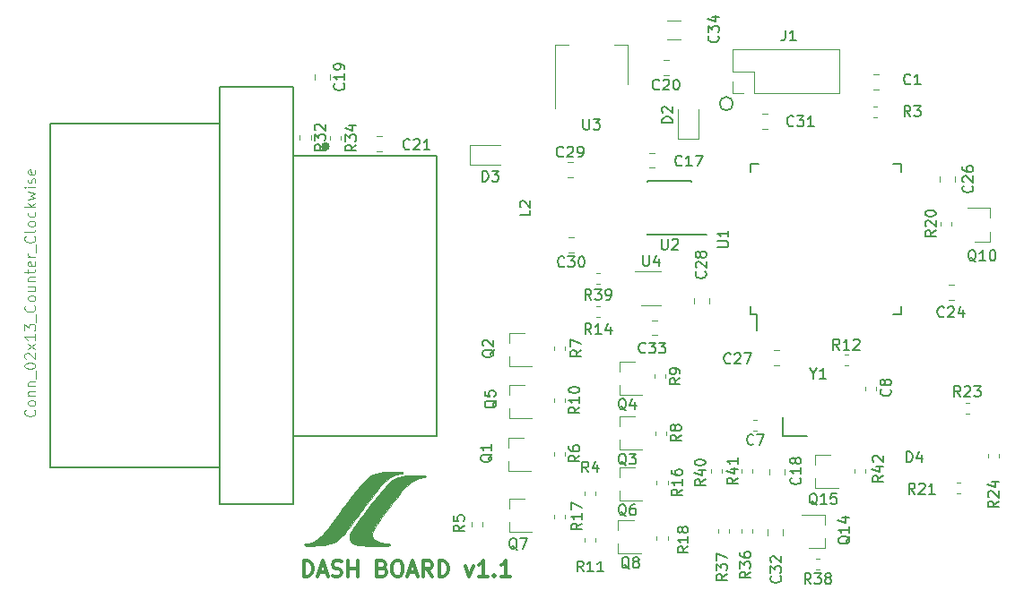
<source format=gbr>
G04 #@! TF.GenerationSoftware,KiCad,Pcbnew,(5.1.2-1)-1*
G04 #@! TF.CreationDate,2019-06-03T10:07:55+02:00*
G04 #@! TF.ProjectId,Dash,44617368-2e6b-4696-9361-645f70636258,rev?*
G04 #@! TF.SameCoordinates,Original*
G04 #@! TF.FileFunction,Legend,Top*
G04 #@! TF.FilePolarity,Positive*
%FSLAX46Y46*%
G04 Gerber Fmt 4.6, Leading zero omitted, Abs format (unit mm)*
G04 Created by KiCad (PCBNEW (5.1.2-1)-1) date 2019-06-03 10:07:55*
%MOMM*%
%LPD*%
G04 APERTURE LIST*
%ADD10C,0.200000*%
%ADD11C,0.300000*%
%ADD12C,0.150000*%
%ADD13C,0.120000*%
%ADD14C,0.010000*%
%ADD15C,0.127000*%
%ADD16C,0.400000*%
%ADD17C,0.050000*%
G04 APERTURE END LIST*
D10*
X149790312Y-60759688D02*
G75*
G03X149790312Y-60759688I-640312J0D01*
G01*
D11*
X109245714Y-105468571D02*
X109245714Y-103968571D01*
X109602857Y-103968571D01*
X109817142Y-104040000D01*
X109960000Y-104182857D01*
X110031428Y-104325714D01*
X110102857Y-104611428D01*
X110102857Y-104825714D01*
X110031428Y-105111428D01*
X109960000Y-105254285D01*
X109817142Y-105397142D01*
X109602857Y-105468571D01*
X109245714Y-105468571D01*
X110674285Y-105040000D02*
X111388571Y-105040000D01*
X110531428Y-105468571D02*
X111031428Y-103968571D01*
X111531428Y-105468571D01*
X111960000Y-105397142D02*
X112174285Y-105468571D01*
X112531428Y-105468571D01*
X112674285Y-105397142D01*
X112745714Y-105325714D01*
X112817142Y-105182857D01*
X112817142Y-105040000D01*
X112745714Y-104897142D01*
X112674285Y-104825714D01*
X112531428Y-104754285D01*
X112245714Y-104682857D01*
X112102857Y-104611428D01*
X112031428Y-104540000D01*
X111960000Y-104397142D01*
X111960000Y-104254285D01*
X112031428Y-104111428D01*
X112102857Y-104040000D01*
X112245714Y-103968571D01*
X112602857Y-103968571D01*
X112817142Y-104040000D01*
X113460000Y-105468571D02*
X113460000Y-103968571D01*
X113460000Y-104682857D02*
X114317142Y-104682857D01*
X114317142Y-105468571D02*
X114317142Y-103968571D01*
X116674285Y-104682857D02*
X116888571Y-104754285D01*
X116960000Y-104825714D01*
X117031428Y-104968571D01*
X117031428Y-105182857D01*
X116960000Y-105325714D01*
X116888571Y-105397142D01*
X116745714Y-105468571D01*
X116174285Y-105468571D01*
X116174285Y-103968571D01*
X116674285Y-103968571D01*
X116817142Y-104040000D01*
X116888571Y-104111428D01*
X116960000Y-104254285D01*
X116960000Y-104397142D01*
X116888571Y-104540000D01*
X116817142Y-104611428D01*
X116674285Y-104682857D01*
X116174285Y-104682857D01*
X117960000Y-103968571D02*
X118245714Y-103968571D01*
X118388571Y-104040000D01*
X118531428Y-104182857D01*
X118602857Y-104468571D01*
X118602857Y-104968571D01*
X118531428Y-105254285D01*
X118388571Y-105397142D01*
X118245714Y-105468571D01*
X117960000Y-105468571D01*
X117817142Y-105397142D01*
X117674285Y-105254285D01*
X117602857Y-104968571D01*
X117602857Y-104468571D01*
X117674285Y-104182857D01*
X117817142Y-104040000D01*
X117960000Y-103968571D01*
X119174285Y-105040000D02*
X119888571Y-105040000D01*
X119031428Y-105468571D02*
X119531428Y-103968571D01*
X120031428Y-105468571D01*
X121388571Y-105468571D02*
X120888571Y-104754285D01*
X120531428Y-105468571D02*
X120531428Y-103968571D01*
X121102857Y-103968571D01*
X121245714Y-104040000D01*
X121317142Y-104111428D01*
X121388571Y-104254285D01*
X121388571Y-104468571D01*
X121317142Y-104611428D01*
X121245714Y-104682857D01*
X121102857Y-104754285D01*
X120531428Y-104754285D01*
X122031428Y-105468571D02*
X122031428Y-103968571D01*
X122388571Y-103968571D01*
X122602857Y-104040000D01*
X122745714Y-104182857D01*
X122817142Y-104325714D01*
X122888571Y-104611428D01*
X122888571Y-104825714D01*
X122817142Y-105111428D01*
X122745714Y-105254285D01*
X122602857Y-105397142D01*
X122388571Y-105468571D01*
X122031428Y-105468571D01*
X124531428Y-104468571D02*
X124888571Y-105468571D01*
X125245714Y-104468571D01*
X126602857Y-105468571D02*
X125745714Y-105468571D01*
X126174285Y-105468571D02*
X126174285Y-103968571D01*
X126031428Y-104182857D01*
X125888571Y-104325714D01*
X125745714Y-104397142D01*
X127245714Y-105325714D02*
X127317142Y-105397142D01*
X127245714Y-105468571D01*
X127174285Y-105397142D01*
X127245714Y-105325714D01*
X127245714Y-105468571D01*
X128745714Y-105468571D02*
X127888571Y-105468571D01*
X128317142Y-105468571D02*
X128317142Y-103968571D01*
X128174285Y-104182857D01*
X128031428Y-104325714D01*
X127888571Y-104397142D01*
D12*
X154450000Y-92150000D02*
X156800000Y-92150000D01*
X154450000Y-90400000D02*
X154450000Y-92150000D01*
D13*
X160303733Y-85510000D02*
X160646267Y-85510000D01*
X160303733Y-84490000D02*
X160646267Y-84490000D01*
D14*
G36*
X120500927Y-95890335D02*
G01*
X120585924Y-95893317D01*
X120644365Y-95898619D01*
X120682226Y-95906447D01*
X120705482Y-95917008D01*
X120719697Y-95930009D01*
X120747916Y-95983247D01*
X120732190Y-96026124D01*
X120669164Y-96060778D01*
X120555486Y-96089348D01*
X120441882Y-96107153D01*
X120260495Y-96136968D01*
X120087420Y-96178252D01*
X119919955Y-96233501D01*
X119755403Y-96305214D01*
X119591065Y-96395886D01*
X119424241Y-96508016D01*
X119252233Y-96644099D01*
X119072343Y-96806634D01*
X118881870Y-96998118D01*
X118678116Y-97221047D01*
X118458382Y-97477918D01*
X118219970Y-97771230D01*
X117960179Y-98103478D01*
X117676313Y-98477160D01*
X117365670Y-98894774D01*
X117230712Y-99078223D01*
X117079650Y-99283009D01*
X116917306Y-99501167D01*
X116752786Y-99720592D01*
X116595195Y-99929179D01*
X116453641Y-100114822D01*
X116349687Y-100249445D01*
X116137704Y-100532117D01*
X115968487Y-100782502D01*
X115841149Y-101004094D01*
X115754802Y-101200386D01*
X115708558Y-101374871D01*
X115701531Y-101531044D01*
X115732831Y-101672398D01*
X115801572Y-101802427D01*
X115906866Y-101924624D01*
X115920700Y-101937792D01*
X116103047Y-102077554D01*
X116324515Y-102191040D01*
X116588201Y-102279257D01*
X116897208Y-102343211D01*
X117254633Y-102383910D01*
X117306000Y-102387625D01*
X117376527Y-102400443D01*
X117407921Y-102433101D01*
X117413790Y-102457788D01*
X117404384Y-102513176D01*
X117349304Y-102549185D01*
X117348453Y-102549510D01*
X117302710Y-102556096D01*
X117207692Y-102561625D01*
X117070558Y-102566107D01*
X116898466Y-102569550D01*
X116698576Y-102571964D01*
X116478047Y-102573358D01*
X116244037Y-102573740D01*
X116003706Y-102573120D01*
X115764213Y-102571506D01*
X115532717Y-102568908D01*
X115316376Y-102565334D01*
X115122350Y-102560794D01*
X114957798Y-102555297D01*
X114829879Y-102548851D01*
X114794222Y-102546303D01*
X114553092Y-102523865D01*
X114358455Y-102497858D01*
X114200379Y-102466235D01*
X114068934Y-102426946D01*
X113954187Y-102377943D01*
X113937840Y-102369648D01*
X113777908Y-102260905D01*
X113666659Y-102125230D01*
X113604046Y-101962253D01*
X113590022Y-101771603D01*
X113624540Y-101552910D01*
X113707552Y-101305804D01*
X113782020Y-101140886D01*
X113832995Y-101050852D01*
X113916234Y-100921281D01*
X114028436Y-100756467D01*
X114166299Y-100560703D01*
X114326524Y-100338284D01*
X114505808Y-100093502D01*
X114700851Y-99830651D01*
X114908352Y-99554026D01*
X115125010Y-99267919D01*
X115347524Y-98976625D01*
X115572592Y-98684436D01*
X115796915Y-98395648D01*
X116017190Y-98114553D01*
X116230117Y-97845444D01*
X116432395Y-97592617D01*
X116620723Y-97360364D01*
X116791800Y-97152978D01*
X116942324Y-96974755D01*
X117068995Y-96829987D01*
X117168513Y-96722967D01*
X117209615Y-96682556D01*
X117507310Y-96438177D01*
X117827465Y-96241824D01*
X118176262Y-96090327D01*
X118559883Y-95980517D01*
X118592034Y-95973487D01*
X118679935Y-95956058D01*
X118769126Y-95941907D01*
X118867470Y-95930529D01*
X118982829Y-95921420D01*
X119123065Y-95914075D01*
X119296043Y-95907989D01*
X119509624Y-95902658D01*
X119771672Y-95897577D01*
X119775889Y-95897502D01*
X120026856Y-95893258D01*
X120227368Y-95890512D01*
X120383400Y-95889469D01*
X120500927Y-95890335D01*
X120500927Y-95890335D01*
G37*
X120500927Y-95890335D02*
X120585924Y-95893317D01*
X120644365Y-95898619D01*
X120682226Y-95906447D01*
X120705482Y-95917008D01*
X120719697Y-95930009D01*
X120747916Y-95983247D01*
X120732190Y-96026124D01*
X120669164Y-96060778D01*
X120555486Y-96089348D01*
X120441882Y-96107153D01*
X120260495Y-96136968D01*
X120087420Y-96178252D01*
X119919955Y-96233501D01*
X119755403Y-96305214D01*
X119591065Y-96395886D01*
X119424241Y-96508016D01*
X119252233Y-96644099D01*
X119072343Y-96806634D01*
X118881870Y-96998118D01*
X118678116Y-97221047D01*
X118458382Y-97477918D01*
X118219970Y-97771230D01*
X117960179Y-98103478D01*
X117676313Y-98477160D01*
X117365670Y-98894774D01*
X117230712Y-99078223D01*
X117079650Y-99283009D01*
X116917306Y-99501167D01*
X116752786Y-99720592D01*
X116595195Y-99929179D01*
X116453641Y-100114822D01*
X116349687Y-100249445D01*
X116137704Y-100532117D01*
X115968487Y-100782502D01*
X115841149Y-101004094D01*
X115754802Y-101200386D01*
X115708558Y-101374871D01*
X115701531Y-101531044D01*
X115732831Y-101672398D01*
X115801572Y-101802427D01*
X115906866Y-101924624D01*
X115920700Y-101937792D01*
X116103047Y-102077554D01*
X116324515Y-102191040D01*
X116588201Y-102279257D01*
X116897208Y-102343211D01*
X117254633Y-102383910D01*
X117306000Y-102387625D01*
X117376527Y-102400443D01*
X117407921Y-102433101D01*
X117413790Y-102457788D01*
X117404384Y-102513176D01*
X117349304Y-102549185D01*
X117348453Y-102549510D01*
X117302710Y-102556096D01*
X117207692Y-102561625D01*
X117070558Y-102566107D01*
X116898466Y-102569550D01*
X116698576Y-102571964D01*
X116478047Y-102573358D01*
X116244037Y-102573740D01*
X116003706Y-102573120D01*
X115764213Y-102571506D01*
X115532717Y-102568908D01*
X115316376Y-102565334D01*
X115122350Y-102560794D01*
X114957798Y-102555297D01*
X114829879Y-102548851D01*
X114794222Y-102546303D01*
X114553092Y-102523865D01*
X114358455Y-102497858D01*
X114200379Y-102466235D01*
X114068934Y-102426946D01*
X113954187Y-102377943D01*
X113937840Y-102369648D01*
X113777908Y-102260905D01*
X113666659Y-102125230D01*
X113604046Y-101962253D01*
X113590022Y-101771603D01*
X113624540Y-101552910D01*
X113707552Y-101305804D01*
X113782020Y-101140886D01*
X113832995Y-101050852D01*
X113916234Y-100921281D01*
X114028436Y-100756467D01*
X114166299Y-100560703D01*
X114326524Y-100338284D01*
X114505808Y-100093502D01*
X114700851Y-99830651D01*
X114908352Y-99554026D01*
X115125010Y-99267919D01*
X115347524Y-98976625D01*
X115572592Y-98684436D01*
X115796915Y-98395648D01*
X116017190Y-98114553D01*
X116230117Y-97845444D01*
X116432395Y-97592617D01*
X116620723Y-97360364D01*
X116791800Y-97152978D01*
X116942324Y-96974755D01*
X117068995Y-96829987D01*
X117168513Y-96722967D01*
X117209615Y-96682556D01*
X117507310Y-96438177D01*
X117827465Y-96241824D01*
X118176262Y-96090327D01*
X118559883Y-95980517D01*
X118592034Y-95973487D01*
X118679935Y-95956058D01*
X118769126Y-95941907D01*
X118867470Y-95930529D01*
X118982829Y-95921420D01*
X119123065Y-95914075D01*
X119296043Y-95907989D01*
X119509624Y-95902658D01*
X119771672Y-95897577D01*
X119775889Y-95897502D01*
X120026856Y-95893258D01*
X120227368Y-95890512D01*
X120383400Y-95889469D01*
X120500927Y-95890335D01*
G36*
X118031776Y-95538908D02*
G01*
X118206697Y-95541409D01*
X118351644Y-95546100D01*
X118456737Y-95553072D01*
X118500109Y-95559102D01*
X118569811Y-95578618D01*
X118597922Y-95606469D01*
X118598956Y-95657150D01*
X118598886Y-95657757D01*
X118588433Y-95702176D01*
X118560457Y-95728340D01*
X118500464Y-95744823D01*
X118434889Y-95754752D01*
X118241215Y-95782827D01*
X118090176Y-95809285D01*
X117968141Y-95837038D01*
X117861482Y-95868998D01*
X117804262Y-95889490D01*
X117606111Y-95983601D01*
X117387359Y-96122579D01*
X117153864Y-96301435D01*
X116911486Y-96515179D01*
X116666083Y-96758819D01*
X116423515Y-97027367D01*
X116313503Y-97159111D01*
X116224445Y-97270732D01*
X116105808Y-97422902D01*
X115961348Y-97610624D01*
X115794821Y-97828897D01*
X115609982Y-98072723D01*
X115410588Y-98337102D01*
X115200395Y-98617034D01*
X114983157Y-98907521D01*
X114762632Y-99203563D01*
X114542575Y-99500161D01*
X114326741Y-99792315D01*
X114118887Y-100075026D01*
X113970630Y-100277667D01*
X113762972Y-100560886D01*
X113583248Y-100802801D01*
X113427239Y-101008498D01*
X113290727Y-101183063D01*
X113169490Y-101331582D01*
X113059310Y-101459142D01*
X112955967Y-101570827D01*
X112855242Y-101671726D01*
X112752914Y-101766923D01*
X112686330Y-101825735D01*
X112394763Y-102051699D01*
X112094474Y-102227650D01*
X111772821Y-102359881D01*
X111427262Y-102452576D01*
X111276840Y-102478766D01*
X111089635Y-102502825D01*
X110875399Y-102524274D01*
X110643886Y-102542630D01*
X110404848Y-102557414D01*
X110168037Y-102568143D01*
X109943207Y-102574337D01*
X109740109Y-102575516D01*
X109568498Y-102571197D01*
X109438124Y-102560900D01*
X109390011Y-102553055D01*
X109323457Y-102520434D01*
X109292097Y-102468372D01*
X109304384Y-102413353D01*
X109313127Y-102403140D01*
X109350417Y-102386627D01*
X109430875Y-102362590D01*
X109542281Y-102334385D01*
X109659536Y-102308073D01*
X109940236Y-102234805D01*
X110187168Y-102137676D01*
X110421147Y-102007213D01*
X110607501Y-101876630D01*
X110722524Y-101784532D01*
X110843007Y-101677133D01*
X110971422Y-101551462D01*
X111110239Y-101404546D01*
X111261930Y-101233414D01*
X111428968Y-101035092D01*
X111613823Y-100806609D01*
X111818967Y-100544992D01*
X112046873Y-100247269D01*
X112300011Y-99910469D01*
X112580853Y-99531617D01*
X112758551Y-99289889D01*
X113033298Y-98915242D01*
X113277203Y-98582947D01*
X113492756Y-98289802D01*
X113682445Y-98032607D01*
X113848761Y-97808161D01*
X113994191Y-97613264D01*
X114121225Y-97444713D01*
X114232352Y-97299309D01*
X114330062Y-97173850D01*
X114416843Y-97065136D01*
X114495184Y-96969965D01*
X114567575Y-96885137D01*
X114636505Y-96807451D01*
X114704463Y-96733706D01*
X114773938Y-96660701D01*
X114847419Y-96585235D01*
X114915574Y-96516068D01*
X115203399Y-96248218D01*
X115490808Y-96030999D01*
X115787575Y-95859526D01*
X116103473Y-95728913D01*
X116448275Y-95634273D01*
X116798000Y-95574959D01*
X116906091Y-95564715D01*
X117053370Y-95556015D01*
X117229957Y-95548951D01*
X117425971Y-95543617D01*
X117631532Y-95540104D01*
X117836761Y-95538503D01*
X118031776Y-95538908D01*
X118031776Y-95538908D01*
G37*
X118031776Y-95538908D02*
X118206697Y-95541409D01*
X118351644Y-95546100D01*
X118456737Y-95553072D01*
X118500109Y-95559102D01*
X118569811Y-95578618D01*
X118597922Y-95606469D01*
X118598956Y-95657150D01*
X118598886Y-95657757D01*
X118588433Y-95702176D01*
X118560457Y-95728340D01*
X118500464Y-95744823D01*
X118434889Y-95754752D01*
X118241215Y-95782827D01*
X118090176Y-95809285D01*
X117968141Y-95837038D01*
X117861482Y-95868998D01*
X117804262Y-95889490D01*
X117606111Y-95983601D01*
X117387359Y-96122579D01*
X117153864Y-96301435D01*
X116911486Y-96515179D01*
X116666083Y-96758819D01*
X116423515Y-97027367D01*
X116313503Y-97159111D01*
X116224445Y-97270732D01*
X116105808Y-97422902D01*
X115961348Y-97610624D01*
X115794821Y-97828897D01*
X115609982Y-98072723D01*
X115410588Y-98337102D01*
X115200395Y-98617034D01*
X114983157Y-98907521D01*
X114762632Y-99203563D01*
X114542575Y-99500161D01*
X114326741Y-99792315D01*
X114118887Y-100075026D01*
X113970630Y-100277667D01*
X113762972Y-100560886D01*
X113583248Y-100802801D01*
X113427239Y-101008498D01*
X113290727Y-101183063D01*
X113169490Y-101331582D01*
X113059310Y-101459142D01*
X112955967Y-101570827D01*
X112855242Y-101671726D01*
X112752914Y-101766923D01*
X112686330Y-101825735D01*
X112394763Y-102051699D01*
X112094474Y-102227650D01*
X111772821Y-102359881D01*
X111427262Y-102452576D01*
X111276840Y-102478766D01*
X111089635Y-102502825D01*
X110875399Y-102524274D01*
X110643886Y-102542630D01*
X110404848Y-102557414D01*
X110168037Y-102568143D01*
X109943207Y-102574337D01*
X109740109Y-102575516D01*
X109568498Y-102571197D01*
X109438124Y-102560900D01*
X109390011Y-102553055D01*
X109323457Y-102520434D01*
X109292097Y-102468372D01*
X109304384Y-102413353D01*
X109313127Y-102403140D01*
X109350417Y-102386627D01*
X109430875Y-102362590D01*
X109542281Y-102334385D01*
X109659536Y-102308073D01*
X109940236Y-102234805D01*
X110187168Y-102137676D01*
X110421147Y-102007213D01*
X110607501Y-101876630D01*
X110722524Y-101784532D01*
X110843007Y-101677133D01*
X110971422Y-101551462D01*
X111110239Y-101404546D01*
X111261930Y-101233414D01*
X111428968Y-101035092D01*
X111613823Y-100806609D01*
X111818967Y-100544992D01*
X112046873Y-100247269D01*
X112300011Y-99910469D01*
X112580853Y-99531617D01*
X112758551Y-99289889D01*
X113033298Y-98915242D01*
X113277203Y-98582947D01*
X113492756Y-98289802D01*
X113682445Y-98032607D01*
X113848761Y-97808161D01*
X113994191Y-97613264D01*
X114121225Y-97444713D01*
X114232352Y-97299309D01*
X114330062Y-97173850D01*
X114416843Y-97065136D01*
X114495184Y-96969965D01*
X114567575Y-96885137D01*
X114636505Y-96807451D01*
X114704463Y-96733706D01*
X114773938Y-96660701D01*
X114847419Y-96585235D01*
X114915574Y-96516068D01*
X115203399Y-96248218D01*
X115490808Y-96030999D01*
X115787575Y-95859526D01*
X116103473Y-95728913D01*
X116448275Y-95634273D01*
X116798000Y-95574959D01*
X116906091Y-95564715D01*
X117053370Y-95556015D01*
X117229957Y-95548951D01*
X117425971Y-95543617D01*
X117631532Y-95540104D01*
X117836761Y-95538503D01*
X118031776Y-95538908D01*
D12*
X151400001Y-80699999D02*
X152050001Y-80699999D01*
X151400001Y-66449999D02*
X152160001Y-66449999D01*
X165650001Y-66449999D02*
X164890001Y-66449999D01*
X165650001Y-80699999D02*
X164890001Y-80699999D01*
X151400001Y-80699999D02*
X151400001Y-79939999D01*
X165650001Y-80699999D02*
X165650001Y-79939999D01*
X165650001Y-66449999D02*
X165650001Y-67209999D01*
X151400001Y-66449999D02*
X151400001Y-67209999D01*
X152050001Y-80699999D02*
X152050001Y-82224999D01*
D13*
X163260000Y-87896267D02*
X163260000Y-87553733D01*
X162240000Y-87896267D02*
X162240000Y-87553733D01*
X152071267Y-90640000D02*
X151728733Y-90640000D01*
X152071267Y-91660000D02*
X151728733Y-91660000D01*
X143597936Y-54710000D02*
X144802064Y-54710000D01*
X143597936Y-52890000D02*
X144802064Y-52890000D01*
X136810000Y-102171267D02*
X136810000Y-101828733D01*
X135790000Y-102171267D02*
X135790000Y-101828733D01*
X157540000Y-93970000D02*
X159000000Y-93970000D01*
X157540000Y-97130000D02*
X159700000Y-97130000D01*
X157540000Y-97130000D02*
X157540000Y-96200000D01*
X157540000Y-93970000D02*
X157540000Y-94900000D01*
X158440000Y-102770000D02*
X156980000Y-102770000D01*
X158440000Y-99610000D02*
X156280000Y-99610000D01*
X158440000Y-99610000D02*
X158440000Y-100540000D01*
X158440000Y-102770000D02*
X158440000Y-101840000D01*
X174060000Y-73780000D02*
X172600000Y-73780000D01*
X174060000Y-70620000D02*
X171900000Y-70620000D01*
X174060000Y-70620000D02*
X174060000Y-71550000D01*
X174060000Y-73780000D02*
X174060000Y-72850000D01*
X138940000Y-100120000D02*
X140400000Y-100120000D01*
X138940000Y-103280000D02*
X141100000Y-103280000D01*
X138940000Y-103280000D02*
X138940000Y-102350000D01*
X138940000Y-100120000D02*
X138940000Y-101050000D01*
X128640000Y-98120000D02*
X130100000Y-98120000D01*
X128640000Y-101280000D02*
X130800000Y-101280000D01*
X128640000Y-101280000D02*
X128640000Y-100350000D01*
X128640000Y-98120000D02*
X128640000Y-99050000D01*
X139040000Y-95120000D02*
X140500000Y-95120000D01*
X139040000Y-98280000D02*
X141200000Y-98280000D01*
X139040000Y-98280000D02*
X139040000Y-97350000D01*
X139040000Y-95120000D02*
X139040000Y-96050000D01*
X128640000Y-87320000D02*
X130100000Y-87320000D01*
X128640000Y-90480000D02*
X130800000Y-90480000D01*
X128640000Y-90480000D02*
X128640000Y-89550000D01*
X128640000Y-87320000D02*
X128640000Y-88250000D01*
X139040000Y-85120000D02*
X140500000Y-85120000D01*
X139040000Y-88280000D02*
X141200000Y-88280000D01*
X139040000Y-88280000D02*
X139040000Y-87350000D01*
X139040000Y-85120000D02*
X139040000Y-86050000D01*
X139040000Y-90320000D02*
X140500000Y-90320000D01*
X139040000Y-93480000D02*
X141200000Y-93480000D01*
X139040000Y-93480000D02*
X139040000Y-92550000D01*
X139040000Y-90320000D02*
X139040000Y-91250000D01*
X128640000Y-82420000D02*
X130100000Y-82420000D01*
X128640000Y-85580000D02*
X130800000Y-85580000D01*
X128640000Y-85580000D02*
X128640000Y-84650000D01*
X128640000Y-82420000D02*
X128640000Y-83350000D01*
X128540000Y-92320000D02*
X130000000Y-92320000D01*
X128540000Y-95480000D02*
X130700000Y-95480000D01*
X128540000Y-95480000D02*
X128540000Y-94550000D01*
X128540000Y-92320000D02*
X128540000Y-93250000D01*
X125090000Y-100353733D02*
X125090000Y-100696267D01*
X126110000Y-100353733D02*
X126110000Y-100696267D01*
X135790000Y-97428733D02*
X135790000Y-97771267D01*
X136810000Y-97428733D02*
X136810000Y-97771267D01*
X149740000Y-59760000D02*
X149740000Y-58700000D01*
X150800000Y-59760000D02*
X149740000Y-59760000D01*
X149740000Y-57700000D02*
X149740000Y-55640000D01*
X151800000Y-57700000D02*
X149740000Y-57700000D01*
X151800000Y-59760000D02*
X151800000Y-57700000D01*
X149740000Y-55640000D02*
X159860000Y-55640000D01*
X151800000Y-59760000D02*
X159860000Y-59760000D01*
X159860000Y-59760000D02*
X159860000Y-55640000D01*
X163038748Y-59410000D02*
X163561252Y-59410000D01*
X163038748Y-57990000D02*
X163561252Y-57990000D01*
X142361252Y-65390000D02*
X141838748Y-65390000D01*
X142361252Y-66810000D02*
X141838748Y-66810000D01*
X153240000Y-95338748D02*
X153240000Y-95861252D01*
X154660000Y-95338748D02*
X154660000Y-95861252D01*
X111710000Y-57963748D02*
X111710000Y-58486252D01*
X110290000Y-57963748D02*
X110290000Y-58486252D01*
X143716253Y-56640000D02*
X143193749Y-56640000D01*
X143716253Y-58060000D02*
X143193749Y-58060000D01*
X116636252Y-65260000D02*
X116113748Y-65260000D01*
X116636252Y-63840000D02*
X116113748Y-63840000D01*
X170138748Y-79310000D02*
X170661252Y-79310000D01*
X170138748Y-77890000D02*
X170661252Y-77890000D01*
X170710000Y-67638748D02*
X170710000Y-68161252D01*
X169290000Y-67638748D02*
X169290000Y-68161252D01*
X154161252Y-85510000D02*
X153638748Y-85510000D01*
X154161252Y-84090000D02*
X153638748Y-84090000D01*
X147510000Y-79661252D02*
X147510000Y-79138748D01*
X146090000Y-79661252D02*
X146090000Y-79138748D01*
X134138748Y-66290000D02*
X134661252Y-66290000D01*
X134138748Y-67710000D02*
X134661252Y-67710000D01*
X134761252Y-74810000D02*
X134238748Y-74810000D01*
X134761252Y-73390000D02*
X134238748Y-73390000D01*
X152538748Y-61690000D02*
X153061252Y-61690000D01*
X152538748Y-63110000D02*
X153061252Y-63110000D01*
X153070000Y-101028748D02*
X153070000Y-101551252D01*
X154490000Y-101028748D02*
X154490000Y-101551252D01*
X142611252Y-82660000D02*
X142088748Y-82660000D01*
X142611252Y-81240000D02*
X142088748Y-81240000D01*
D15*
X101300000Y-98650000D02*
X108300000Y-98650000D01*
X108300000Y-98650000D02*
X108300000Y-92150000D01*
X108300000Y-92150000D02*
X108300000Y-65650000D01*
X108300000Y-65650000D02*
X108300000Y-59150000D01*
X108300000Y-59150000D02*
X101300000Y-59150000D01*
X101300000Y-59150000D02*
X101300000Y-62650000D01*
X101300000Y-62650000D02*
X101300000Y-95150000D01*
X101300000Y-95150000D02*
X101300000Y-98650000D01*
X108300000Y-65650000D02*
X121800000Y-65650000D01*
X121800000Y-65650000D02*
X121800000Y-92150000D01*
X121800000Y-92150000D02*
X108300000Y-92150000D01*
X101300000Y-62650000D02*
X85300000Y-62650000D01*
X85300000Y-62650000D02*
X85300000Y-95150000D01*
X85300000Y-95150000D02*
X101300000Y-95150000D01*
D16*
X111508000Y-64801000D02*
G75*
G03X111508000Y-64801000I-200000J0D01*
G01*
D13*
X163028733Y-62010000D02*
X163371267Y-62010000D01*
X163028733Y-60990000D02*
X163371267Y-60990000D01*
X133910000Y-93678733D02*
X133910000Y-94021267D01*
X132890000Y-93678733D02*
X132890000Y-94021267D01*
X132890000Y-83728733D02*
X132890000Y-84071267D01*
X133910000Y-83728733D02*
X133910000Y-84071267D01*
X143510000Y-91728733D02*
X143510000Y-92071267D01*
X142490000Y-91728733D02*
X142490000Y-92071267D01*
X142390000Y-86378733D02*
X142390000Y-86721267D01*
X143410000Y-86378733D02*
X143410000Y-86721267D01*
X133910000Y-88628733D02*
X133910000Y-88971267D01*
X132890000Y-88628733D02*
X132890000Y-88971267D01*
X137196267Y-79940000D02*
X136853733Y-79940000D01*
X137196267Y-80960000D02*
X136853733Y-80960000D01*
X142590000Y-96428733D02*
X142590000Y-96771267D01*
X143610000Y-96428733D02*
X143610000Y-96771267D01*
X133910000Y-99628733D02*
X133910000Y-99971267D01*
X132890000Y-99628733D02*
X132890000Y-99971267D01*
X142590000Y-101628733D02*
X142590000Y-101971267D01*
X143610000Y-101628733D02*
X143610000Y-101971267D01*
X170410000Y-72271267D02*
X170410000Y-71928733D01*
X169390000Y-72271267D02*
X169390000Y-71928733D01*
X170903733Y-97610000D02*
X171246267Y-97610000D01*
X170903733Y-96590000D02*
X171246267Y-96590000D01*
X172071267Y-89090000D02*
X171728733Y-89090000D01*
X172071267Y-90110000D02*
X171728733Y-90110000D01*
X174910000Y-93903733D02*
X174910000Y-94246267D01*
X173890000Y-93903733D02*
X173890000Y-94246267D01*
X109910000Y-63778733D02*
X109910000Y-64121267D01*
X108890000Y-63778733D02*
X108890000Y-64121267D01*
X111740000Y-63803733D02*
X111740000Y-64146267D01*
X112760000Y-63803733D02*
X112760000Y-64146267D01*
X150570000Y-101018733D02*
X150570000Y-101361267D01*
X151590000Y-101018733D02*
X151590000Y-101361267D01*
X148370000Y-101361267D02*
X148370000Y-101018733D01*
X149390000Y-101361267D02*
X149390000Y-101018733D01*
X157951267Y-104800000D02*
X157608733Y-104800000D01*
X157951267Y-103780000D02*
X157608733Y-103780000D01*
X137246267Y-76790000D02*
X136903733Y-76790000D01*
X137246267Y-77810000D02*
X136903733Y-77810000D01*
X147720000Y-95353733D02*
X147720000Y-95696267D01*
X148740000Y-95353733D02*
X148740000Y-95696267D01*
X150630000Y-95681267D02*
X150630000Y-95338733D01*
X151650000Y-95681267D02*
X151650000Y-95338733D01*
X162250000Y-95681267D02*
X162250000Y-95338733D01*
X161230000Y-95681267D02*
X161230000Y-95338733D01*
X144590000Y-61250000D02*
X144590000Y-64110000D01*
X144590000Y-64110000D02*
X146510000Y-64110000D01*
X146510000Y-64110000D02*
X146510000Y-61250000D01*
X124915000Y-66560000D02*
X127775000Y-66560000D01*
X124915000Y-64640000D02*
X124915000Y-66560000D01*
X127775000Y-64640000D02*
X124915000Y-64640000D01*
D12*
X145875000Y-73170000D02*
X145875000Y-73120000D01*
X141725000Y-73170000D02*
X141725000Y-73025000D01*
X141725000Y-68020000D02*
X141725000Y-68165000D01*
X145875000Y-68020000D02*
X145875000Y-68165000D01*
X145875000Y-73170000D02*
X141725000Y-73170000D01*
X145875000Y-68020000D02*
X141725000Y-68020000D01*
X145875000Y-73120000D02*
X147275000Y-73120000D01*
D13*
X139810000Y-55190000D02*
X138550000Y-55190000D01*
X132990000Y-55190000D02*
X134250000Y-55190000D01*
X139810000Y-58950000D02*
X139810000Y-55190000D01*
X132990000Y-61200000D02*
X132990000Y-55190000D01*
X141150000Y-79860000D02*
X142950000Y-79860000D01*
X142950000Y-76640000D02*
X140500000Y-76640000D01*
D12*
X157373809Y-86276190D02*
X157373809Y-86752380D01*
X157040476Y-85752380D02*
X157373809Y-86276190D01*
X157707142Y-85752380D01*
X158564285Y-86752380D02*
X157992857Y-86752380D01*
X158278571Y-86752380D02*
X158278571Y-85752380D01*
X158183333Y-85895238D01*
X158088095Y-85990476D01*
X157992857Y-86038095D01*
X130652380Y-70816666D02*
X130652380Y-71292857D01*
X129652380Y-71292857D01*
X129747619Y-70530952D02*
X129700000Y-70483333D01*
X129652380Y-70388095D01*
X129652380Y-70150000D01*
X129700000Y-70054761D01*
X129747619Y-70007142D01*
X129842857Y-69959523D01*
X129938095Y-69959523D01*
X130080952Y-70007142D01*
X130652380Y-70578571D01*
X130652380Y-69959523D01*
X159832142Y-84022380D02*
X159498809Y-83546190D01*
X159260714Y-84022380D02*
X159260714Y-83022380D01*
X159641666Y-83022380D01*
X159736904Y-83070000D01*
X159784523Y-83117619D01*
X159832142Y-83212857D01*
X159832142Y-83355714D01*
X159784523Y-83450952D01*
X159736904Y-83498571D01*
X159641666Y-83546190D01*
X159260714Y-83546190D01*
X160784523Y-84022380D02*
X160213095Y-84022380D01*
X160498809Y-84022380D02*
X160498809Y-83022380D01*
X160403571Y-83165238D01*
X160308333Y-83260476D01*
X160213095Y-83308095D01*
X161165476Y-83117619D02*
X161213095Y-83070000D01*
X161308333Y-83022380D01*
X161546428Y-83022380D01*
X161641666Y-83070000D01*
X161689285Y-83117619D01*
X161736904Y-83212857D01*
X161736904Y-83308095D01*
X161689285Y-83450952D01*
X161117857Y-84022380D01*
X161736904Y-84022380D01*
X148327381Y-74336903D02*
X149136905Y-74336903D01*
X149232143Y-74289284D01*
X149279762Y-74241665D01*
X149327381Y-74146427D01*
X149327381Y-73955951D01*
X149279762Y-73860713D01*
X149232143Y-73813094D01*
X149136905Y-73765475D01*
X148327381Y-73765475D01*
X149327381Y-72765475D02*
X149327381Y-73336903D01*
X149327381Y-73051189D02*
X148327381Y-73051189D01*
X148470239Y-73146427D01*
X148565477Y-73241665D01*
X148613096Y-73336903D01*
X164607142Y-87766666D02*
X164654761Y-87814285D01*
X164702380Y-87957142D01*
X164702380Y-88052380D01*
X164654761Y-88195238D01*
X164559523Y-88290476D01*
X164464285Y-88338095D01*
X164273809Y-88385714D01*
X164130952Y-88385714D01*
X163940476Y-88338095D01*
X163845238Y-88290476D01*
X163750000Y-88195238D01*
X163702380Y-88052380D01*
X163702380Y-87957142D01*
X163750000Y-87814285D01*
X163797619Y-87766666D01*
X164130952Y-87195238D02*
X164083333Y-87290476D01*
X164035714Y-87338095D01*
X163940476Y-87385714D01*
X163892857Y-87385714D01*
X163797619Y-87338095D01*
X163750000Y-87290476D01*
X163702380Y-87195238D01*
X163702380Y-87004761D01*
X163750000Y-86909523D01*
X163797619Y-86861904D01*
X163892857Y-86814285D01*
X163940476Y-86814285D01*
X164035714Y-86861904D01*
X164083333Y-86909523D01*
X164130952Y-87004761D01*
X164130952Y-87195238D01*
X164178571Y-87290476D01*
X164226190Y-87338095D01*
X164321428Y-87385714D01*
X164511904Y-87385714D01*
X164607142Y-87338095D01*
X164654761Y-87290476D01*
X164702380Y-87195238D01*
X164702380Y-87004761D01*
X164654761Y-86909523D01*
X164607142Y-86861904D01*
X164511904Y-86814285D01*
X164321428Y-86814285D01*
X164226190Y-86861904D01*
X164178571Y-86909523D01*
X164130952Y-87004761D01*
X151733333Y-92937142D02*
X151685714Y-92984761D01*
X151542857Y-93032380D01*
X151447619Y-93032380D01*
X151304761Y-92984761D01*
X151209523Y-92889523D01*
X151161904Y-92794285D01*
X151114285Y-92603809D01*
X151114285Y-92460952D01*
X151161904Y-92270476D01*
X151209523Y-92175238D01*
X151304761Y-92080000D01*
X151447619Y-92032380D01*
X151542857Y-92032380D01*
X151685714Y-92080000D01*
X151733333Y-92127619D01*
X152066666Y-92032380D02*
X152733333Y-92032380D01*
X152304761Y-93032380D01*
X148357142Y-54342857D02*
X148404761Y-54390476D01*
X148452380Y-54533333D01*
X148452380Y-54628571D01*
X148404761Y-54771428D01*
X148309523Y-54866666D01*
X148214285Y-54914285D01*
X148023809Y-54961904D01*
X147880952Y-54961904D01*
X147690476Y-54914285D01*
X147595238Y-54866666D01*
X147500000Y-54771428D01*
X147452380Y-54628571D01*
X147452380Y-54533333D01*
X147500000Y-54390476D01*
X147547619Y-54342857D01*
X147452380Y-54009523D02*
X147452380Y-53390476D01*
X147833333Y-53723809D01*
X147833333Y-53580952D01*
X147880952Y-53485714D01*
X147928571Y-53438095D01*
X148023809Y-53390476D01*
X148261904Y-53390476D01*
X148357142Y-53438095D01*
X148404761Y-53485714D01*
X148452380Y-53580952D01*
X148452380Y-53866666D01*
X148404761Y-53961904D01*
X148357142Y-54009523D01*
X147785714Y-52533333D02*
X148452380Y-52533333D01*
X147404761Y-52771428D02*
X148119047Y-53009523D01*
X148119047Y-52390476D01*
X135657142Y-105002380D02*
X135323809Y-104526190D01*
X135085714Y-105002380D02*
X135085714Y-104002380D01*
X135466666Y-104002380D01*
X135561904Y-104050000D01*
X135609523Y-104097619D01*
X135657142Y-104192857D01*
X135657142Y-104335714D01*
X135609523Y-104430952D01*
X135561904Y-104478571D01*
X135466666Y-104526190D01*
X135085714Y-104526190D01*
X136609523Y-105002380D02*
X136038095Y-105002380D01*
X136323809Y-105002380D02*
X136323809Y-104002380D01*
X136228571Y-104145238D01*
X136133333Y-104240476D01*
X136038095Y-104288095D01*
X137561904Y-105002380D02*
X136990476Y-105002380D01*
X137276190Y-105002380D02*
X137276190Y-104002380D01*
X137180952Y-104145238D01*
X137085714Y-104240476D01*
X136990476Y-104288095D01*
X157728571Y-98697619D02*
X157633333Y-98650000D01*
X157538095Y-98554761D01*
X157395238Y-98411904D01*
X157300000Y-98364285D01*
X157204761Y-98364285D01*
X157252380Y-98602380D02*
X157157142Y-98554761D01*
X157061904Y-98459523D01*
X157014285Y-98269047D01*
X157014285Y-97935714D01*
X157061904Y-97745238D01*
X157157142Y-97650000D01*
X157252380Y-97602380D01*
X157442857Y-97602380D01*
X157538095Y-97650000D01*
X157633333Y-97745238D01*
X157680952Y-97935714D01*
X157680952Y-98269047D01*
X157633333Y-98459523D01*
X157538095Y-98554761D01*
X157442857Y-98602380D01*
X157252380Y-98602380D01*
X158633333Y-98602380D02*
X158061904Y-98602380D01*
X158347619Y-98602380D02*
X158347619Y-97602380D01*
X158252380Y-97745238D01*
X158157142Y-97840476D01*
X158061904Y-97888095D01*
X159538095Y-97602380D02*
X159061904Y-97602380D01*
X159014285Y-98078571D01*
X159061904Y-98030952D01*
X159157142Y-97983333D01*
X159395238Y-97983333D01*
X159490476Y-98030952D01*
X159538095Y-98078571D01*
X159585714Y-98173809D01*
X159585714Y-98411904D01*
X159538095Y-98507142D01*
X159490476Y-98554761D01*
X159395238Y-98602380D01*
X159157142Y-98602380D01*
X159061904Y-98554761D01*
X159014285Y-98507142D01*
X160827619Y-101661428D02*
X160780000Y-101756666D01*
X160684761Y-101851904D01*
X160541904Y-101994761D01*
X160494285Y-102090000D01*
X160494285Y-102185238D01*
X160732380Y-102137619D02*
X160684761Y-102232857D01*
X160589523Y-102328095D01*
X160399047Y-102375714D01*
X160065714Y-102375714D01*
X159875238Y-102328095D01*
X159780000Y-102232857D01*
X159732380Y-102137619D01*
X159732380Y-101947142D01*
X159780000Y-101851904D01*
X159875238Y-101756666D01*
X160065714Y-101709047D01*
X160399047Y-101709047D01*
X160589523Y-101756666D01*
X160684761Y-101851904D01*
X160732380Y-101947142D01*
X160732380Y-102137619D01*
X160732380Y-100756666D02*
X160732380Y-101328095D01*
X160732380Y-101042380D02*
X159732380Y-101042380D01*
X159875238Y-101137619D01*
X159970476Y-101232857D01*
X160018095Y-101328095D01*
X160065714Y-99899523D02*
X160732380Y-99899523D01*
X159684761Y-100137619D02*
X160399047Y-100375714D01*
X160399047Y-99756666D01*
X172728571Y-75697619D02*
X172633333Y-75650000D01*
X172538095Y-75554761D01*
X172395238Y-75411904D01*
X172300000Y-75364285D01*
X172204761Y-75364285D01*
X172252380Y-75602380D02*
X172157142Y-75554761D01*
X172061904Y-75459523D01*
X172014285Y-75269047D01*
X172014285Y-74935714D01*
X172061904Y-74745238D01*
X172157142Y-74650000D01*
X172252380Y-74602380D01*
X172442857Y-74602380D01*
X172538095Y-74650000D01*
X172633333Y-74745238D01*
X172680952Y-74935714D01*
X172680952Y-75269047D01*
X172633333Y-75459523D01*
X172538095Y-75554761D01*
X172442857Y-75602380D01*
X172252380Y-75602380D01*
X173633333Y-75602380D02*
X173061904Y-75602380D01*
X173347619Y-75602380D02*
X173347619Y-74602380D01*
X173252380Y-74745238D01*
X173157142Y-74840476D01*
X173061904Y-74888095D01*
X174252380Y-74602380D02*
X174347619Y-74602380D01*
X174442857Y-74650000D01*
X174490476Y-74697619D01*
X174538095Y-74792857D01*
X174585714Y-74983333D01*
X174585714Y-75221428D01*
X174538095Y-75411904D01*
X174490476Y-75507142D01*
X174442857Y-75554761D01*
X174347619Y-75602380D01*
X174252380Y-75602380D01*
X174157142Y-75554761D01*
X174109523Y-75507142D01*
X174061904Y-75411904D01*
X174014285Y-75221428D01*
X174014285Y-74983333D01*
X174061904Y-74792857D01*
X174109523Y-74697619D01*
X174157142Y-74650000D01*
X174252380Y-74602380D01*
X140004761Y-104747619D02*
X139909523Y-104700000D01*
X139814285Y-104604761D01*
X139671428Y-104461904D01*
X139576190Y-104414285D01*
X139480952Y-104414285D01*
X139528571Y-104652380D02*
X139433333Y-104604761D01*
X139338095Y-104509523D01*
X139290476Y-104319047D01*
X139290476Y-103985714D01*
X139338095Y-103795238D01*
X139433333Y-103700000D01*
X139528571Y-103652380D01*
X139719047Y-103652380D01*
X139814285Y-103700000D01*
X139909523Y-103795238D01*
X139957142Y-103985714D01*
X139957142Y-104319047D01*
X139909523Y-104509523D01*
X139814285Y-104604761D01*
X139719047Y-104652380D01*
X139528571Y-104652380D01*
X140528571Y-104080952D02*
X140433333Y-104033333D01*
X140385714Y-103985714D01*
X140338095Y-103890476D01*
X140338095Y-103842857D01*
X140385714Y-103747619D01*
X140433333Y-103700000D01*
X140528571Y-103652380D01*
X140719047Y-103652380D01*
X140814285Y-103700000D01*
X140861904Y-103747619D01*
X140909523Y-103842857D01*
X140909523Y-103890476D01*
X140861904Y-103985714D01*
X140814285Y-104033333D01*
X140719047Y-104080952D01*
X140528571Y-104080952D01*
X140433333Y-104128571D01*
X140385714Y-104176190D01*
X140338095Y-104271428D01*
X140338095Y-104461904D01*
X140385714Y-104557142D01*
X140433333Y-104604761D01*
X140528571Y-104652380D01*
X140719047Y-104652380D01*
X140814285Y-104604761D01*
X140861904Y-104557142D01*
X140909523Y-104461904D01*
X140909523Y-104271428D01*
X140861904Y-104176190D01*
X140814285Y-104128571D01*
X140719047Y-104080952D01*
X129404761Y-102947619D02*
X129309523Y-102900000D01*
X129214285Y-102804761D01*
X129071428Y-102661904D01*
X128976190Y-102614285D01*
X128880952Y-102614285D01*
X128928571Y-102852380D02*
X128833333Y-102804761D01*
X128738095Y-102709523D01*
X128690476Y-102519047D01*
X128690476Y-102185714D01*
X128738095Y-101995238D01*
X128833333Y-101900000D01*
X128928571Y-101852380D01*
X129119047Y-101852380D01*
X129214285Y-101900000D01*
X129309523Y-101995238D01*
X129357142Y-102185714D01*
X129357142Y-102519047D01*
X129309523Y-102709523D01*
X129214285Y-102804761D01*
X129119047Y-102852380D01*
X128928571Y-102852380D01*
X129690476Y-101852380D02*
X130357142Y-101852380D01*
X129928571Y-102852380D01*
X139704761Y-99747619D02*
X139609523Y-99700000D01*
X139514285Y-99604761D01*
X139371428Y-99461904D01*
X139276190Y-99414285D01*
X139180952Y-99414285D01*
X139228571Y-99652380D02*
X139133333Y-99604761D01*
X139038095Y-99509523D01*
X138990476Y-99319047D01*
X138990476Y-98985714D01*
X139038095Y-98795238D01*
X139133333Y-98700000D01*
X139228571Y-98652380D01*
X139419047Y-98652380D01*
X139514285Y-98700000D01*
X139609523Y-98795238D01*
X139657142Y-98985714D01*
X139657142Y-99319047D01*
X139609523Y-99509523D01*
X139514285Y-99604761D01*
X139419047Y-99652380D01*
X139228571Y-99652380D01*
X140514285Y-98652380D02*
X140323809Y-98652380D01*
X140228571Y-98700000D01*
X140180952Y-98747619D01*
X140085714Y-98890476D01*
X140038095Y-99080952D01*
X140038095Y-99461904D01*
X140085714Y-99557142D01*
X140133333Y-99604761D01*
X140228571Y-99652380D01*
X140419047Y-99652380D01*
X140514285Y-99604761D01*
X140561904Y-99557142D01*
X140609523Y-99461904D01*
X140609523Y-99223809D01*
X140561904Y-99128571D01*
X140514285Y-99080952D01*
X140419047Y-99033333D01*
X140228571Y-99033333D01*
X140133333Y-99080952D01*
X140085714Y-99128571D01*
X140038095Y-99223809D01*
X127447619Y-88795238D02*
X127400000Y-88890476D01*
X127304761Y-88985714D01*
X127161904Y-89128571D01*
X127114285Y-89223809D01*
X127114285Y-89319047D01*
X127352380Y-89271428D02*
X127304761Y-89366666D01*
X127209523Y-89461904D01*
X127019047Y-89509523D01*
X126685714Y-89509523D01*
X126495238Y-89461904D01*
X126400000Y-89366666D01*
X126352380Y-89271428D01*
X126352380Y-89080952D01*
X126400000Y-88985714D01*
X126495238Y-88890476D01*
X126685714Y-88842857D01*
X127019047Y-88842857D01*
X127209523Y-88890476D01*
X127304761Y-88985714D01*
X127352380Y-89080952D01*
X127352380Y-89271428D01*
X126352380Y-87938095D02*
X126352380Y-88414285D01*
X126828571Y-88461904D01*
X126780952Y-88414285D01*
X126733333Y-88319047D01*
X126733333Y-88080952D01*
X126780952Y-87985714D01*
X126828571Y-87938095D01*
X126923809Y-87890476D01*
X127161904Y-87890476D01*
X127257142Y-87938095D01*
X127304761Y-87985714D01*
X127352380Y-88080952D01*
X127352380Y-88319047D01*
X127304761Y-88414285D01*
X127257142Y-88461904D01*
X139704761Y-89747619D02*
X139609523Y-89700000D01*
X139514285Y-89604761D01*
X139371428Y-89461904D01*
X139276190Y-89414285D01*
X139180952Y-89414285D01*
X139228571Y-89652380D02*
X139133333Y-89604761D01*
X139038095Y-89509523D01*
X138990476Y-89319047D01*
X138990476Y-88985714D01*
X139038095Y-88795238D01*
X139133333Y-88700000D01*
X139228571Y-88652380D01*
X139419047Y-88652380D01*
X139514285Y-88700000D01*
X139609523Y-88795238D01*
X139657142Y-88985714D01*
X139657142Y-89319047D01*
X139609523Y-89509523D01*
X139514285Y-89604761D01*
X139419047Y-89652380D01*
X139228571Y-89652380D01*
X140514285Y-88985714D02*
X140514285Y-89652380D01*
X140276190Y-88604761D02*
X140038095Y-89319047D01*
X140657142Y-89319047D01*
X139704761Y-94947619D02*
X139609523Y-94900000D01*
X139514285Y-94804761D01*
X139371428Y-94661904D01*
X139276190Y-94614285D01*
X139180952Y-94614285D01*
X139228571Y-94852380D02*
X139133333Y-94804761D01*
X139038095Y-94709523D01*
X138990476Y-94519047D01*
X138990476Y-94185714D01*
X139038095Y-93995238D01*
X139133333Y-93900000D01*
X139228571Y-93852380D01*
X139419047Y-93852380D01*
X139514285Y-93900000D01*
X139609523Y-93995238D01*
X139657142Y-94185714D01*
X139657142Y-94519047D01*
X139609523Y-94709523D01*
X139514285Y-94804761D01*
X139419047Y-94852380D01*
X139228571Y-94852380D01*
X139990476Y-93852380D02*
X140609523Y-93852380D01*
X140276190Y-94233333D01*
X140419047Y-94233333D01*
X140514285Y-94280952D01*
X140561904Y-94328571D01*
X140609523Y-94423809D01*
X140609523Y-94661904D01*
X140561904Y-94757142D01*
X140514285Y-94804761D01*
X140419047Y-94852380D01*
X140133333Y-94852380D01*
X140038095Y-94804761D01*
X139990476Y-94757142D01*
X127247619Y-83995238D02*
X127200000Y-84090476D01*
X127104761Y-84185714D01*
X126961904Y-84328571D01*
X126914285Y-84423809D01*
X126914285Y-84519047D01*
X127152380Y-84471428D02*
X127104761Y-84566666D01*
X127009523Y-84661904D01*
X126819047Y-84709523D01*
X126485714Y-84709523D01*
X126295238Y-84661904D01*
X126200000Y-84566666D01*
X126152380Y-84471428D01*
X126152380Y-84280952D01*
X126200000Y-84185714D01*
X126295238Y-84090476D01*
X126485714Y-84042857D01*
X126819047Y-84042857D01*
X127009523Y-84090476D01*
X127104761Y-84185714D01*
X127152380Y-84280952D01*
X127152380Y-84471428D01*
X126247619Y-83661904D02*
X126200000Y-83614285D01*
X126152380Y-83519047D01*
X126152380Y-83280952D01*
X126200000Y-83185714D01*
X126247619Y-83138095D01*
X126342857Y-83090476D01*
X126438095Y-83090476D01*
X126580952Y-83138095D01*
X127152380Y-83709523D01*
X127152380Y-83090476D01*
X127047619Y-93895238D02*
X127000000Y-93990476D01*
X126904761Y-94085714D01*
X126761904Y-94228571D01*
X126714285Y-94323809D01*
X126714285Y-94419047D01*
X126952380Y-94371428D02*
X126904761Y-94466666D01*
X126809523Y-94561904D01*
X126619047Y-94609523D01*
X126285714Y-94609523D01*
X126095238Y-94561904D01*
X126000000Y-94466666D01*
X125952380Y-94371428D01*
X125952380Y-94180952D01*
X126000000Y-94085714D01*
X126095238Y-93990476D01*
X126285714Y-93942857D01*
X126619047Y-93942857D01*
X126809523Y-93990476D01*
X126904761Y-94085714D01*
X126952380Y-94180952D01*
X126952380Y-94371428D01*
X126952380Y-92990476D02*
X126952380Y-93561904D01*
X126952380Y-93276190D02*
X125952380Y-93276190D01*
X126095238Y-93371428D01*
X126190476Y-93466666D01*
X126238095Y-93561904D01*
X124402380Y-100616666D02*
X123926190Y-100950000D01*
X124402380Y-101188095D02*
X123402380Y-101188095D01*
X123402380Y-100807142D01*
X123450000Y-100711904D01*
X123497619Y-100664285D01*
X123592857Y-100616666D01*
X123735714Y-100616666D01*
X123830952Y-100664285D01*
X123878571Y-100711904D01*
X123926190Y-100807142D01*
X123926190Y-101188095D01*
X123402380Y-99711904D02*
X123402380Y-100188095D01*
X123878571Y-100235714D01*
X123830952Y-100188095D01*
X123783333Y-100092857D01*
X123783333Y-99854761D01*
X123830952Y-99759523D01*
X123878571Y-99711904D01*
X123973809Y-99664285D01*
X124211904Y-99664285D01*
X124307142Y-99711904D01*
X124354761Y-99759523D01*
X124402380Y-99854761D01*
X124402380Y-100092857D01*
X124354761Y-100188095D01*
X124307142Y-100235714D01*
X136133333Y-95602380D02*
X135800000Y-95126190D01*
X135561904Y-95602380D02*
X135561904Y-94602380D01*
X135942857Y-94602380D01*
X136038095Y-94650000D01*
X136085714Y-94697619D01*
X136133333Y-94792857D01*
X136133333Y-94935714D01*
X136085714Y-95030952D01*
X136038095Y-95078571D01*
X135942857Y-95126190D01*
X135561904Y-95126190D01*
X136990476Y-94935714D02*
X136990476Y-95602380D01*
X136752380Y-94554761D02*
X136514285Y-95269047D01*
X137133333Y-95269047D01*
X154716666Y-53802380D02*
X154716666Y-54516666D01*
X154669047Y-54659523D01*
X154573809Y-54754761D01*
X154430952Y-54802380D01*
X154335714Y-54802380D01*
X155716666Y-54802380D02*
X155145238Y-54802380D01*
X155430952Y-54802380D02*
X155430952Y-53802380D01*
X155335714Y-53945238D01*
X155240476Y-54040476D01*
X155145238Y-54088095D01*
X166161904Y-94652380D02*
X166161904Y-93652380D01*
X166400000Y-93652380D01*
X166542857Y-93700000D01*
X166638095Y-93795238D01*
X166685714Y-93890476D01*
X166733333Y-94080952D01*
X166733333Y-94223809D01*
X166685714Y-94414285D01*
X166638095Y-94509523D01*
X166542857Y-94604761D01*
X166400000Y-94652380D01*
X166161904Y-94652380D01*
X167590476Y-93985714D02*
X167590476Y-94652380D01*
X167352380Y-93604761D02*
X167114285Y-94319047D01*
X167733333Y-94319047D01*
X166533333Y-58857142D02*
X166485714Y-58904761D01*
X166342857Y-58952380D01*
X166247619Y-58952380D01*
X166104761Y-58904761D01*
X166009523Y-58809523D01*
X165961904Y-58714285D01*
X165914285Y-58523809D01*
X165914285Y-58380952D01*
X165961904Y-58190476D01*
X166009523Y-58095238D01*
X166104761Y-58000000D01*
X166247619Y-57952380D01*
X166342857Y-57952380D01*
X166485714Y-58000000D01*
X166533333Y-58047619D01*
X167485714Y-58952380D02*
X166914285Y-58952380D01*
X167200000Y-58952380D02*
X167200000Y-57952380D01*
X167104761Y-58095238D01*
X167009523Y-58190476D01*
X166914285Y-58238095D01*
X144957142Y-66557142D02*
X144909523Y-66604761D01*
X144766666Y-66652380D01*
X144671428Y-66652380D01*
X144528571Y-66604761D01*
X144433333Y-66509523D01*
X144385714Y-66414285D01*
X144338095Y-66223809D01*
X144338095Y-66080952D01*
X144385714Y-65890476D01*
X144433333Y-65795238D01*
X144528571Y-65700000D01*
X144671428Y-65652380D01*
X144766666Y-65652380D01*
X144909523Y-65700000D01*
X144957142Y-65747619D01*
X145909523Y-66652380D02*
X145338095Y-66652380D01*
X145623809Y-66652380D02*
X145623809Y-65652380D01*
X145528571Y-65795238D01*
X145433333Y-65890476D01*
X145338095Y-65938095D01*
X146242857Y-65652380D02*
X146909523Y-65652380D01*
X146480952Y-66652380D01*
X156107142Y-96142857D02*
X156154761Y-96190476D01*
X156202380Y-96333333D01*
X156202380Y-96428571D01*
X156154761Y-96571428D01*
X156059523Y-96666666D01*
X155964285Y-96714285D01*
X155773809Y-96761904D01*
X155630952Y-96761904D01*
X155440476Y-96714285D01*
X155345238Y-96666666D01*
X155250000Y-96571428D01*
X155202380Y-96428571D01*
X155202380Y-96333333D01*
X155250000Y-96190476D01*
X155297619Y-96142857D01*
X156202380Y-95190476D02*
X156202380Y-95761904D01*
X156202380Y-95476190D02*
X155202380Y-95476190D01*
X155345238Y-95571428D01*
X155440476Y-95666666D01*
X155488095Y-95761904D01*
X155630952Y-94619047D02*
X155583333Y-94714285D01*
X155535714Y-94761904D01*
X155440476Y-94809523D01*
X155392857Y-94809523D01*
X155297619Y-94761904D01*
X155250000Y-94714285D01*
X155202380Y-94619047D01*
X155202380Y-94428571D01*
X155250000Y-94333333D01*
X155297619Y-94285714D01*
X155392857Y-94238095D01*
X155440476Y-94238095D01*
X155535714Y-94285714D01*
X155583333Y-94333333D01*
X155630952Y-94428571D01*
X155630952Y-94619047D01*
X155678571Y-94714285D01*
X155726190Y-94761904D01*
X155821428Y-94809523D01*
X156011904Y-94809523D01*
X156107142Y-94761904D01*
X156154761Y-94714285D01*
X156202380Y-94619047D01*
X156202380Y-94428571D01*
X156154761Y-94333333D01*
X156107142Y-94285714D01*
X156011904Y-94238095D01*
X155821428Y-94238095D01*
X155726190Y-94285714D01*
X155678571Y-94333333D01*
X155630952Y-94428571D01*
X113007142Y-58867857D02*
X113054761Y-58915476D01*
X113102380Y-59058333D01*
X113102380Y-59153571D01*
X113054761Y-59296428D01*
X112959523Y-59391666D01*
X112864285Y-59439285D01*
X112673809Y-59486904D01*
X112530952Y-59486904D01*
X112340476Y-59439285D01*
X112245238Y-59391666D01*
X112150000Y-59296428D01*
X112102380Y-59153571D01*
X112102380Y-59058333D01*
X112150000Y-58915476D01*
X112197619Y-58867857D01*
X113102380Y-57915476D02*
X113102380Y-58486904D01*
X113102380Y-58201190D02*
X112102380Y-58201190D01*
X112245238Y-58296428D01*
X112340476Y-58391666D01*
X112388095Y-58486904D01*
X113102380Y-57439285D02*
X113102380Y-57248809D01*
X113054761Y-57153571D01*
X113007142Y-57105952D01*
X112864285Y-57010714D01*
X112673809Y-56963095D01*
X112292857Y-56963095D01*
X112197619Y-57010714D01*
X112150000Y-57058333D01*
X112102380Y-57153571D01*
X112102380Y-57344047D01*
X112150000Y-57439285D01*
X112197619Y-57486904D01*
X112292857Y-57534523D01*
X112530952Y-57534523D01*
X112626190Y-57486904D01*
X112673809Y-57439285D01*
X112721428Y-57344047D01*
X112721428Y-57153571D01*
X112673809Y-57058333D01*
X112626190Y-57010714D01*
X112530952Y-56963095D01*
X142812143Y-59357142D02*
X142764524Y-59404761D01*
X142621667Y-59452380D01*
X142526429Y-59452380D01*
X142383572Y-59404761D01*
X142288334Y-59309523D01*
X142240715Y-59214285D01*
X142193096Y-59023809D01*
X142193096Y-58880952D01*
X142240715Y-58690476D01*
X142288334Y-58595238D01*
X142383572Y-58500000D01*
X142526429Y-58452380D01*
X142621667Y-58452380D01*
X142764524Y-58500000D01*
X142812143Y-58547619D01*
X143193096Y-58547619D02*
X143240715Y-58500000D01*
X143335953Y-58452380D01*
X143574048Y-58452380D01*
X143669286Y-58500000D01*
X143716905Y-58547619D01*
X143764524Y-58642857D01*
X143764524Y-58738095D01*
X143716905Y-58880952D01*
X143145477Y-59452380D01*
X143764524Y-59452380D01*
X144383572Y-58452380D02*
X144478810Y-58452380D01*
X144574048Y-58500000D01*
X144621667Y-58547619D01*
X144669286Y-58642857D01*
X144716905Y-58833333D01*
X144716905Y-59071428D01*
X144669286Y-59261904D01*
X144621667Y-59357142D01*
X144574048Y-59404761D01*
X144478810Y-59452380D01*
X144383572Y-59452380D01*
X144288334Y-59404761D01*
X144240715Y-59357142D01*
X144193096Y-59261904D01*
X144145477Y-59071428D01*
X144145477Y-58833333D01*
X144193096Y-58642857D01*
X144240715Y-58547619D01*
X144288334Y-58500000D01*
X144383572Y-58452380D01*
X119257142Y-65007142D02*
X119209523Y-65054761D01*
X119066666Y-65102380D01*
X118971428Y-65102380D01*
X118828571Y-65054761D01*
X118733333Y-64959523D01*
X118685714Y-64864285D01*
X118638095Y-64673809D01*
X118638095Y-64530952D01*
X118685714Y-64340476D01*
X118733333Y-64245238D01*
X118828571Y-64150000D01*
X118971428Y-64102380D01*
X119066666Y-64102380D01*
X119209523Y-64150000D01*
X119257142Y-64197619D01*
X119638095Y-64197619D02*
X119685714Y-64150000D01*
X119780952Y-64102380D01*
X120019047Y-64102380D01*
X120114285Y-64150000D01*
X120161904Y-64197619D01*
X120209523Y-64292857D01*
X120209523Y-64388095D01*
X120161904Y-64530952D01*
X119590476Y-65102380D01*
X120209523Y-65102380D01*
X121161904Y-65102380D02*
X120590476Y-65102380D01*
X120876190Y-65102380D02*
X120876190Y-64102380D01*
X120780952Y-64245238D01*
X120685714Y-64340476D01*
X120590476Y-64388095D01*
X169707142Y-80857142D02*
X169659523Y-80904761D01*
X169516666Y-80952380D01*
X169421428Y-80952380D01*
X169278571Y-80904761D01*
X169183333Y-80809523D01*
X169135714Y-80714285D01*
X169088095Y-80523809D01*
X169088095Y-80380952D01*
X169135714Y-80190476D01*
X169183333Y-80095238D01*
X169278571Y-80000000D01*
X169421428Y-79952380D01*
X169516666Y-79952380D01*
X169659523Y-80000000D01*
X169707142Y-80047619D01*
X170088095Y-80047619D02*
X170135714Y-80000000D01*
X170230952Y-79952380D01*
X170469047Y-79952380D01*
X170564285Y-80000000D01*
X170611904Y-80047619D01*
X170659523Y-80142857D01*
X170659523Y-80238095D01*
X170611904Y-80380952D01*
X170040476Y-80952380D01*
X170659523Y-80952380D01*
X171516666Y-80285714D02*
X171516666Y-80952380D01*
X171278571Y-79904761D02*
X171040476Y-80619047D01*
X171659523Y-80619047D01*
X172357142Y-68542857D02*
X172404761Y-68590476D01*
X172452380Y-68733333D01*
X172452380Y-68828571D01*
X172404761Y-68971428D01*
X172309523Y-69066666D01*
X172214285Y-69114285D01*
X172023809Y-69161904D01*
X171880952Y-69161904D01*
X171690476Y-69114285D01*
X171595238Y-69066666D01*
X171500000Y-68971428D01*
X171452380Y-68828571D01*
X171452380Y-68733333D01*
X171500000Y-68590476D01*
X171547619Y-68542857D01*
X171547619Y-68161904D02*
X171500000Y-68114285D01*
X171452380Y-68019047D01*
X171452380Y-67780952D01*
X171500000Y-67685714D01*
X171547619Y-67638095D01*
X171642857Y-67590476D01*
X171738095Y-67590476D01*
X171880952Y-67638095D01*
X172452380Y-68209523D01*
X172452380Y-67590476D01*
X171452380Y-66733333D02*
X171452380Y-66923809D01*
X171500000Y-67019047D01*
X171547619Y-67066666D01*
X171690476Y-67161904D01*
X171880952Y-67209523D01*
X172261904Y-67209523D01*
X172357142Y-67161904D01*
X172404761Y-67114285D01*
X172452380Y-67019047D01*
X172452380Y-66828571D01*
X172404761Y-66733333D01*
X172357142Y-66685714D01*
X172261904Y-66638095D01*
X172023809Y-66638095D01*
X171928571Y-66685714D01*
X171880952Y-66733333D01*
X171833333Y-66828571D01*
X171833333Y-67019047D01*
X171880952Y-67114285D01*
X171928571Y-67161904D01*
X172023809Y-67209523D01*
X149557142Y-85257142D02*
X149509523Y-85304761D01*
X149366666Y-85352380D01*
X149271428Y-85352380D01*
X149128571Y-85304761D01*
X149033333Y-85209523D01*
X148985714Y-85114285D01*
X148938095Y-84923809D01*
X148938095Y-84780952D01*
X148985714Y-84590476D01*
X149033333Y-84495238D01*
X149128571Y-84400000D01*
X149271428Y-84352380D01*
X149366666Y-84352380D01*
X149509523Y-84400000D01*
X149557142Y-84447619D01*
X149938095Y-84447619D02*
X149985714Y-84400000D01*
X150080952Y-84352380D01*
X150319047Y-84352380D01*
X150414285Y-84400000D01*
X150461904Y-84447619D01*
X150509523Y-84542857D01*
X150509523Y-84638095D01*
X150461904Y-84780952D01*
X149890476Y-85352380D01*
X150509523Y-85352380D01*
X150842857Y-84352380D02*
X151509523Y-84352380D01*
X151080952Y-85352380D01*
X147157142Y-76642857D02*
X147204761Y-76690476D01*
X147252380Y-76833333D01*
X147252380Y-76928571D01*
X147204761Y-77071428D01*
X147109523Y-77166666D01*
X147014285Y-77214285D01*
X146823809Y-77261904D01*
X146680952Y-77261904D01*
X146490476Y-77214285D01*
X146395238Y-77166666D01*
X146300000Y-77071428D01*
X146252380Y-76928571D01*
X146252380Y-76833333D01*
X146300000Y-76690476D01*
X146347619Y-76642857D01*
X146347619Y-76261904D02*
X146300000Y-76214285D01*
X146252380Y-76119047D01*
X146252380Y-75880952D01*
X146300000Y-75785714D01*
X146347619Y-75738095D01*
X146442857Y-75690476D01*
X146538095Y-75690476D01*
X146680952Y-75738095D01*
X147252380Y-76309523D01*
X147252380Y-75690476D01*
X146680952Y-75119047D02*
X146633333Y-75214285D01*
X146585714Y-75261904D01*
X146490476Y-75309523D01*
X146442857Y-75309523D01*
X146347619Y-75261904D01*
X146300000Y-75214285D01*
X146252380Y-75119047D01*
X146252380Y-74928571D01*
X146300000Y-74833333D01*
X146347619Y-74785714D01*
X146442857Y-74738095D01*
X146490476Y-74738095D01*
X146585714Y-74785714D01*
X146633333Y-74833333D01*
X146680952Y-74928571D01*
X146680952Y-75119047D01*
X146728571Y-75214285D01*
X146776190Y-75261904D01*
X146871428Y-75309523D01*
X147061904Y-75309523D01*
X147157142Y-75261904D01*
X147204761Y-75214285D01*
X147252380Y-75119047D01*
X147252380Y-74928571D01*
X147204761Y-74833333D01*
X147157142Y-74785714D01*
X147061904Y-74738095D01*
X146871428Y-74738095D01*
X146776190Y-74785714D01*
X146728571Y-74833333D01*
X146680952Y-74928571D01*
X133757142Y-65707142D02*
X133709523Y-65754761D01*
X133566666Y-65802380D01*
X133471428Y-65802380D01*
X133328571Y-65754761D01*
X133233333Y-65659523D01*
X133185714Y-65564285D01*
X133138095Y-65373809D01*
X133138095Y-65230952D01*
X133185714Y-65040476D01*
X133233333Y-64945238D01*
X133328571Y-64850000D01*
X133471428Y-64802380D01*
X133566666Y-64802380D01*
X133709523Y-64850000D01*
X133757142Y-64897619D01*
X134138095Y-64897619D02*
X134185714Y-64850000D01*
X134280952Y-64802380D01*
X134519047Y-64802380D01*
X134614285Y-64850000D01*
X134661904Y-64897619D01*
X134709523Y-64992857D01*
X134709523Y-65088095D01*
X134661904Y-65230952D01*
X134090476Y-65802380D01*
X134709523Y-65802380D01*
X135185714Y-65802380D02*
X135376190Y-65802380D01*
X135471428Y-65754761D01*
X135519047Y-65707142D01*
X135614285Y-65564285D01*
X135661904Y-65373809D01*
X135661904Y-64992857D01*
X135614285Y-64897619D01*
X135566666Y-64850000D01*
X135471428Y-64802380D01*
X135280952Y-64802380D01*
X135185714Y-64850000D01*
X135138095Y-64897619D01*
X135090476Y-64992857D01*
X135090476Y-65230952D01*
X135138095Y-65326190D01*
X135185714Y-65373809D01*
X135280952Y-65421428D01*
X135471428Y-65421428D01*
X135566666Y-65373809D01*
X135614285Y-65326190D01*
X135661904Y-65230952D01*
X133857142Y-76107142D02*
X133809523Y-76154761D01*
X133666666Y-76202380D01*
X133571428Y-76202380D01*
X133428571Y-76154761D01*
X133333333Y-76059523D01*
X133285714Y-75964285D01*
X133238095Y-75773809D01*
X133238095Y-75630952D01*
X133285714Y-75440476D01*
X133333333Y-75345238D01*
X133428571Y-75250000D01*
X133571428Y-75202380D01*
X133666666Y-75202380D01*
X133809523Y-75250000D01*
X133857142Y-75297619D01*
X134190476Y-75202380D02*
X134809523Y-75202380D01*
X134476190Y-75583333D01*
X134619047Y-75583333D01*
X134714285Y-75630952D01*
X134761904Y-75678571D01*
X134809523Y-75773809D01*
X134809523Y-76011904D01*
X134761904Y-76107142D01*
X134714285Y-76154761D01*
X134619047Y-76202380D01*
X134333333Y-76202380D01*
X134238095Y-76154761D01*
X134190476Y-76107142D01*
X135428571Y-75202380D02*
X135523809Y-75202380D01*
X135619047Y-75250000D01*
X135666666Y-75297619D01*
X135714285Y-75392857D01*
X135761904Y-75583333D01*
X135761904Y-75821428D01*
X135714285Y-76011904D01*
X135666666Y-76107142D01*
X135619047Y-76154761D01*
X135523809Y-76202380D01*
X135428571Y-76202380D01*
X135333333Y-76154761D01*
X135285714Y-76107142D01*
X135238095Y-76011904D01*
X135190476Y-75821428D01*
X135190476Y-75583333D01*
X135238095Y-75392857D01*
X135285714Y-75297619D01*
X135333333Y-75250000D01*
X135428571Y-75202380D01*
X155507142Y-62807142D02*
X155459523Y-62854761D01*
X155316666Y-62902380D01*
X155221428Y-62902380D01*
X155078571Y-62854761D01*
X154983333Y-62759523D01*
X154935714Y-62664285D01*
X154888095Y-62473809D01*
X154888095Y-62330952D01*
X154935714Y-62140476D01*
X154983333Y-62045238D01*
X155078571Y-61950000D01*
X155221428Y-61902380D01*
X155316666Y-61902380D01*
X155459523Y-61950000D01*
X155507142Y-61997619D01*
X155840476Y-61902380D02*
X156459523Y-61902380D01*
X156126190Y-62283333D01*
X156269047Y-62283333D01*
X156364285Y-62330952D01*
X156411904Y-62378571D01*
X156459523Y-62473809D01*
X156459523Y-62711904D01*
X156411904Y-62807142D01*
X156364285Y-62854761D01*
X156269047Y-62902380D01*
X155983333Y-62902380D01*
X155888095Y-62854761D01*
X155840476Y-62807142D01*
X157411904Y-62902380D02*
X156840476Y-62902380D01*
X157126190Y-62902380D02*
X157126190Y-61902380D01*
X157030952Y-62045238D01*
X156935714Y-62140476D01*
X156840476Y-62188095D01*
X154237142Y-105432857D02*
X154284761Y-105480476D01*
X154332380Y-105623333D01*
X154332380Y-105718571D01*
X154284761Y-105861428D01*
X154189523Y-105956666D01*
X154094285Y-106004285D01*
X153903809Y-106051904D01*
X153760952Y-106051904D01*
X153570476Y-106004285D01*
X153475238Y-105956666D01*
X153380000Y-105861428D01*
X153332380Y-105718571D01*
X153332380Y-105623333D01*
X153380000Y-105480476D01*
X153427619Y-105432857D01*
X153332380Y-105099523D02*
X153332380Y-104480476D01*
X153713333Y-104813809D01*
X153713333Y-104670952D01*
X153760952Y-104575714D01*
X153808571Y-104528095D01*
X153903809Y-104480476D01*
X154141904Y-104480476D01*
X154237142Y-104528095D01*
X154284761Y-104575714D01*
X154332380Y-104670952D01*
X154332380Y-104956666D01*
X154284761Y-105051904D01*
X154237142Y-105099523D01*
X153427619Y-104099523D02*
X153380000Y-104051904D01*
X153332380Y-103956666D01*
X153332380Y-103718571D01*
X153380000Y-103623333D01*
X153427619Y-103575714D01*
X153522857Y-103528095D01*
X153618095Y-103528095D01*
X153760952Y-103575714D01*
X154332380Y-104147142D01*
X154332380Y-103528095D01*
X141507142Y-84257142D02*
X141459523Y-84304761D01*
X141316666Y-84352380D01*
X141221428Y-84352380D01*
X141078571Y-84304761D01*
X140983333Y-84209523D01*
X140935714Y-84114285D01*
X140888095Y-83923809D01*
X140888095Y-83780952D01*
X140935714Y-83590476D01*
X140983333Y-83495238D01*
X141078571Y-83400000D01*
X141221428Y-83352380D01*
X141316666Y-83352380D01*
X141459523Y-83400000D01*
X141507142Y-83447619D01*
X141840476Y-83352380D02*
X142459523Y-83352380D01*
X142126190Y-83733333D01*
X142269047Y-83733333D01*
X142364285Y-83780952D01*
X142411904Y-83828571D01*
X142459523Y-83923809D01*
X142459523Y-84161904D01*
X142411904Y-84257142D01*
X142364285Y-84304761D01*
X142269047Y-84352380D01*
X141983333Y-84352380D01*
X141888095Y-84304761D01*
X141840476Y-84257142D01*
X142792857Y-83352380D02*
X143411904Y-83352380D01*
X143078571Y-83733333D01*
X143221428Y-83733333D01*
X143316666Y-83780952D01*
X143364285Y-83828571D01*
X143411904Y-83923809D01*
X143411904Y-84161904D01*
X143364285Y-84257142D01*
X143316666Y-84304761D01*
X143221428Y-84352380D01*
X142935714Y-84352380D01*
X142840476Y-84304761D01*
X142792857Y-84257142D01*
D17*
X83808242Y-89707762D02*
X83856008Y-89755528D01*
X83903774Y-89898825D01*
X83903774Y-89994357D01*
X83856008Y-90137654D01*
X83760477Y-90233185D01*
X83664945Y-90280951D01*
X83473882Y-90328717D01*
X83330585Y-90328717D01*
X83139522Y-90280951D01*
X83043991Y-90233185D01*
X82948460Y-90137654D01*
X82900694Y-89994357D01*
X82900694Y-89898825D01*
X82948460Y-89755528D01*
X82996225Y-89707762D01*
X83903774Y-89134574D02*
X83856008Y-89230105D01*
X83808242Y-89277871D01*
X83712711Y-89325637D01*
X83426117Y-89325637D01*
X83330585Y-89277871D01*
X83282820Y-89230105D01*
X83235054Y-89134574D01*
X83235054Y-88991277D01*
X83282820Y-88895745D01*
X83330585Y-88847980D01*
X83426117Y-88800214D01*
X83712711Y-88800214D01*
X83808242Y-88847980D01*
X83856008Y-88895745D01*
X83903774Y-88991277D01*
X83903774Y-89134574D01*
X83235054Y-88370322D02*
X83903774Y-88370322D01*
X83330585Y-88370322D02*
X83282820Y-88322557D01*
X83235054Y-88227025D01*
X83235054Y-88083728D01*
X83282820Y-87988197D01*
X83378351Y-87940431D01*
X83903774Y-87940431D01*
X83235054Y-87462774D02*
X83903774Y-87462774D01*
X83330585Y-87462774D02*
X83282820Y-87415008D01*
X83235054Y-87319477D01*
X83235054Y-87176180D01*
X83282820Y-87080648D01*
X83378351Y-87032882D01*
X83903774Y-87032882D01*
X83999305Y-86794054D02*
X83999305Y-86029802D01*
X82900694Y-85599911D02*
X82900694Y-85504380D01*
X82948460Y-85408848D01*
X82996225Y-85361082D01*
X83091757Y-85313317D01*
X83282820Y-85265551D01*
X83521648Y-85265551D01*
X83712711Y-85313317D01*
X83808242Y-85361082D01*
X83856008Y-85408848D01*
X83903774Y-85504380D01*
X83903774Y-85599911D01*
X83856008Y-85695442D01*
X83808242Y-85743208D01*
X83712711Y-85790974D01*
X83521648Y-85838740D01*
X83282820Y-85838740D01*
X83091757Y-85790974D01*
X82996225Y-85743208D01*
X82948460Y-85695442D01*
X82900694Y-85599911D01*
X82996225Y-84883425D02*
X82948460Y-84835660D01*
X82900694Y-84740128D01*
X82900694Y-84501300D01*
X82948460Y-84405768D01*
X82996225Y-84358002D01*
X83091757Y-84310237D01*
X83187288Y-84310237D01*
X83330585Y-84358002D01*
X83903774Y-84931191D01*
X83903774Y-84310237D01*
X83903774Y-83975877D02*
X83235054Y-83450454D01*
X83235054Y-83975877D02*
X83903774Y-83450454D01*
X83903774Y-82542905D02*
X83903774Y-83116094D01*
X83903774Y-82829500D02*
X82900694Y-82829500D01*
X83043991Y-82925031D01*
X83139522Y-83020562D01*
X83187288Y-83116094D01*
X82900694Y-82208545D02*
X82900694Y-81587591D01*
X83282820Y-81921951D01*
X83282820Y-81778654D01*
X83330585Y-81683122D01*
X83378351Y-81635357D01*
X83473882Y-81587591D01*
X83712711Y-81587591D01*
X83808242Y-81635357D01*
X83856008Y-81683122D01*
X83903774Y-81778654D01*
X83903774Y-82065248D01*
X83856008Y-82160780D01*
X83808242Y-82208545D01*
X83999305Y-81396528D02*
X83999305Y-80632277D01*
X83808242Y-79820260D02*
X83856008Y-79868025D01*
X83903774Y-80011322D01*
X83903774Y-80106854D01*
X83856008Y-80250151D01*
X83760477Y-80345682D01*
X83664945Y-80393448D01*
X83473882Y-80441214D01*
X83330585Y-80441214D01*
X83139522Y-80393448D01*
X83043991Y-80345682D01*
X82948460Y-80250151D01*
X82900694Y-80106854D01*
X82900694Y-80011322D01*
X82948460Y-79868025D01*
X82996225Y-79820260D01*
X83903774Y-79247071D02*
X83856008Y-79342602D01*
X83808242Y-79390368D01*
X83712711Y-79438134D01*
X83426117Y-79438134D01*
X83330585Y-79390368D01*
X83282820Y-79342602D01*
X83235054Y-79247071D01*
X83235054Y-79103774D01*
X83282820Y-79008242D01*
X83330585Y-78960477D01*
X83426117Y-78912711D01*
X83712711Y-78912711D01*
X83808242Y-78960477D01*
X83856008Y-79008242D01*
X83903774Y-79103774D01*
X83903774Y-79247071D01*
X83235054Y-78052928D02*
X83903774Y-78052928D01*
X83235054Y-78482820D02*
X83760477Y-78482820D01*
X83856008Y-78435054D01*
X83903774Y-78339522D01*
X83903774Y-78196225D01*
X83856008Y-78100694D01*
X83808242Y-78052928D01*
X83235054Y-77575271D02*
X83903774Y-77575271D01*
X83330585Y-77575271D02*
X83282820Y-77527505D01*
X83235054Y-77431974D01*
X83235054Y-77288677D01*
X83282820Y-77193145D01*
X83378351Y-77145380D01*
X83903774Y-77145380D01*
X83235054Y-76811020D02*
X83235054Y-76428894D01*
X82900694Y-76667722D02*
X83760477Y-76667722D01*
X83856008Y-76619957D01*
X83903774Y-76524425D01*
X83903774Y-76428894D01*
X83856008Y-75712408D02*
X83903774Y-75807940D01*
X83903774Y-75999002D01*
X83856008Y-76094534D01*
X83760477Y-76142300D01*
X83378351Y-76142300D01*
X83282820Y-76094534D01*
X83235054Y-75999002D01*
X83235054Y-75807940D01*
X83282820Y-75712408D01*
X83378351Y-75664642D01*
X83473882Y-75664642D01*
X83569414Y-76142300D01*
X83903774Y-75234751D02*
X83235054Y-75234751D01*
X83426117Y-75234751D02*
X83330585Y-75186985D01*
X83282820Y-75139220D01*
X83235054Y-75043688D01*
X83235054Y-74948157D01*
X83999305Y-74852625D02*
X83999305Y-74088374D01*
X83808242Y-73276357D02*
X83856008Y-73324122D01*
X83903774Y-73467420D01*
X83903774Y-73562951D01*
X83856008Y-73706248D01*
X83760477Y-73801780D01*
X83664945Y-73849545D01*
X83473882Y-73897311D01*
X83330585Y-73897311D01*
X83139522Y-73849545D01*
X83043991Y-73801780D01*
X82948460Y-73706248D01*
X82900694Y-73562951D01*
X82900694Y-73467420D01*
X82948460Y-73324122D01*
X82996225Y-73276357D01*
X83903774Y-72703168D02*
X83856008Y-72798700D01*
X83760477Y-72846465D01*
X82900694Y-72846465D01*
X83903774Y-72177745D02*
X83856008Y-72273277D01*
X83808242Y-72321042D01*
X83712711Y-72368808D01*
X83426117Y-72368808D01*
X83330585Y-72321042D01*
X83282820Y-72273277D01*
X83235054Y-72177745D01*
X83235054Y-72034448D01*
X83282820Y-71938917D01*
X83330585Y-71891151D01*
X83426117Y-71843385D01*
X83712711Y-71843385D01*
X83808242Y-71891151D01*
X83856008Y-71938917D01*
X83903774Y-72034448D01*
X83903774Y-72177745D01*
X83856008Y-70983602D02*
X83903774Y-71079134D01*
X83903774Y-71270197D01*
X83856008Y-71365728D01*
X83808242Y-71413494D01*
X83712711Y-71461260D01*
X83426117Y-71461260D01*
X83330585Y-71413494D01*
X83282820Y-71365728D01*
X83235054Y-71270197D01*
X83235054Y-71079134D01*
X83282820Y-70983602D01*
X83903774Y-70553711D02*
X82900694Y-70553711D01*
X83521648Y-70458180D02*
X83903774Y-70171585D01*
X83235054Y-70171585D02*
X83617180Y-70553711D01*
X83235054Y-69837225D02*
X83903774Y-69646162D01*
X83426117Y-69455100D01*
X83903774Y-69264037D01*
X83235054Y-69072974D01*
X83903774Y-68690848D02*
X83235054Y-68690848D01*
X82900694Y-68690848D02*
X82948460Y-68738614D01*
X82996225Y-68690848D01*
X82948460Y-68643082D01*
X82900694Y-68690848D01*
X82996225Y-68690848D01*
X83856008Y-68260957D02*
X83903774Y-68165425D01*
X83903774Y-67974362D01*
X83856008Y-67878831D01*
X83760477Y-67831065D01*
X83712711Y-67831065D01*
X83617180Y-67878831D01*
X83569414Y-67974362D01*
X83569414Y-68117660D01*
X83521648Y-68213191D01*
X83426117Y-68260957D01*
X83378351Y-68260957D01*
X83282820Y-68213191D01*
X83235054Y-68117660D01*
X83235054Y-67974362D01*
X83282820Y-67878831D01*
X83856008Y-67019048D02*
X83903774Y-67114580D01*
X83903774Y-67305642D01*
X83856008Y-67401174D01*
X83760477Y-67448940D01*
X83378351Y-67448940D01*
X83282820Y-67401174D01*
X83235054Y-67305642D01*
X83235054Y-67114580D01*
X83282820Y-67019048D01*
X83378351Y-66971282D01*
X83473882Y-66971282D01*
X83569414Y-67448940D01*
D12*
X166533333Y-61952380D02*
X166200000Y-61476190D01*
X165961904Y-61952380D02*
X165961904Y-60952380D01*
X166342857Y-60952380D01*
X166438095Y-61000000D01*
X166485714Y-61047619D01*
X166533333Y-61142857D01*
X166533333Y-61285714D01*
X166485714Y-61380952D01*
X166438095Y-61428571D01*
X166342857Y-61476190D01*
X165961904Y-61476190D01*
X166866666Y-60952380D02*
X167485714Y-60952380D01*
X167152380Y-61333333D01*
X167295238Y-61333333D01*
X167390476Y-61380952D01*
X167438095Y-61428571D01*
X167485714Y-61523809D01*
X167485714Y-61761904D01*
X167438095Y-61857142D01*
X167390476Y-61904761D01*
X167295238Y-61952380D01*
X167009523Y-61952380D01*
X166914285Y-61904761D01*
X166866666Y-61857142D01*
X135282380Y-94016666D02*
X134806190Y-94350000D01*
X135282380Y-94588095D02*
X134282380Y-94588095D01*
X134282380Y-94207142D01*
X134330000Y-94111904D01*
X134377619Y-94064285D01*
X134472857Y-94016666D01*
X134615714Y-94016666D01*
X134710952Y-94064285D01*
X134758571Y-94111904D01*
X134806190Y-94207142D01*
X134806190Y-94588095D01*
X134282380Y-93159523D02*
X134282380Y-93350000D01*
X134330000Y-93445238D01*
X134377619Y-93492857D01*
X134520476Y-93588095D01*
X134710952Y-93635714D01*
X135091904Y-93635714D01*
X135187142Y-93588095D01*
X135234761Y-93540476D01*
X135282380Y-93445238D01*
X135282380Y-93254761D01*
X135234761Y-93159523D01*
X135187142Y-93111904D01*
X135091904Y-93064285D01*
X134853809Y-93064285D01*
X134758571Y-93111904D01*
X134710952Y-93159523D01*
X134663333Y-93254761D01*
X134663333Y-93445238D01*
X134710952Y-93540476D01*
X134758571Y-93588095D01*
X134853809Y-93635714D01*
X135452380Y-84066666D02*
X134976190Y-84400000D01*
X135452380Y-84638095D02*
X134452380Y-84638095D01*
X134452380Y-84257142D01*
X134500000Y-84161904D01*
X134547619Y-84114285D01*
X134642857Y-84066666D01*
X134785714Y-84066666D01*
X134880952Y-84114285D01*
X134928571Y-84161904D01*
X134976190Y-84257142D01*
X134976190Y-84638095D01*
X134452380Y-83733333D02*
X134452380Y-83066666D01*
X135452380Y-83495238D01*
X144882380Y-92066666D02*
X144406190Y-92400000D01*
X144882380Y-92638095D02*
X143882380Y-92638095D01*
X143882380Y-92257142D01*
X143930000Y-92161904D01*
X143977619Y-92114285D01*
X144072857Y-92066666D01*
X144215714Y-92066666D01*
X144310952Y-92114285D01*
X144358571Y-92161904D01*
X144406190Y-92257142D01*
X144406190Y-92638095D01*
X144310952Y-91495238D02*
X144263333Y-91590476D01*
X144215714Y-91638095D01*
X144120476Y-91685714D01*
X144072857Y-91685714D01*
X143977619Y-91638095D01*
X143930000Y-91590476D01*
X143882380Y-91495238D01*
X143882380Y-91304761D01*
X143930000Y-91209523D01*
X143977619Y-91161904D01*
X144072857Y-91114285D01*
X144120476Y-91114285D01*
X144215714Y-91161904D01*
X144263333Y-91209523D01*
X144310952Y-91304761D01*
X144310952Y-91495238D01*
X144358571Y-91590476D01*
X144406190Y-91638095D01*
X144501428Y-91685714D01*
X144691904Y-91685714D01*
X144787142Y-91638095D01*
X144834761Y-91590476D01*
X144882380Y-91495238D01*
X144882380Y-91304761D01*
X144834761Y-91209523D01*
X144787142Y-91161904D01*
X144691904Y-91114285D01*
X144501428Y-91114285D01*
X144406190Y-91161904D01*
X144358571Y-91209523D01*
X144310952Y-91304761D01*
X144782380Y-86716666D02*
X144306190Y-87050000D01*
X144782380Y-87288095D02*
X143782380Y-87288095D01*
X143782380Y-86907142D01*
X143830000Y-86811904D01*
X143877619Y-86764285D01*
X143972857Y-86716666D01*
X144115714Y-86716666D01*
X144210952Y-86764285D01*
X144258571Y-86811904D01*
X144306190Y-86907142D01*
X144306190Y-87288095D01*
X144782380Y-86240476D02*
X144782380Y-86050000D01*
X144734761Y-85954761D01*
X144687142Y-85907142D01*
X144544285Y-85811904D01*
X144353809Y-85764285D01*
X143972857Y-85764285D01*
X143877619Y-85811904D01*
X143830000Y-85859523D01*
X143782380Y-85954761D01*
X143782380Y-86145238D01*
X143830000Y-86240476D01*
X143877619Y-86288095D01*
X143972857Y-86335714D01*
X144210952Y-86335714D01*
X144306190Y-86288095D01*
X144353809Y-86240476D01*
X144401428Y-86145238D01*
X144401428Y-85954761D01*
X144353809Y-85859523D01*
X144306190Y-85811904D01*
X144210952Y-85764285D01*
X135282380Y-89442857D02*
X134806190Y-89776190D01*
X135282380Y-90014285D02*
X134282380Y-90014285D01*
X134282380Y-89633333D01*
X134330000Y-89538095D01*
X134377619Y-89490476D01*
X134472857Y-89442857D01*
X134615714Y-89442857D01*
X134710952Y-89490476D01*
X134758571Y-89538095D01*
X134806190Y-89633333D01*
X134806190Y-90014285D01*
X135282380Y-88490476D02*
X135282380Y-89061904D01*
X135282380Y-88776190D02*
X134282380Y-88776190D01*
X134425238Y-88871428D01*
X134520476Y-88966666D01*
X134568095Y-89061904D01*
X134282380Y-87871428D02*
X134282380Y-87776190D01*
X134330000Y-87680952D01*
X134377619Y-87633333D01*
X134472857Y-87585714D01*
X134663333Y-87538095D01*
X134901428Y-87538095D01*
X135091904Y-87585714D01*
X135187142Y-87633333D01*
X135234761Y-87680952D01*
X135282380Y-87776190D01*
X135282380Y-87871428D01*
X135234761Y-87966666D01*
X135187142Y-88014285D01*
X135091904Y-88061904D01*
X134901428Y-88109523D01*
X134663333Y-88109523D01*
X134472857Y-88061904D01*
X134377619Y-88014285D01*
X134330000Y-87966666D01*
X134282380Y-87871428D01*
X136407142Y-82552380D02*
X136073809Y-82076190D01*
X135835714Y-82552380D02*
X135835714Y-81552380D01*
X136216666Y-81552380D01*
X136311904Y-81600000D01*
X136359523Y-81647619D01*
X136407142Y-81742857D01*
X136407142Y-81885714D01*
X136359523Y-81980952D01*
X136311904Y-82028571D01*
X136216666Y-82076190D01*
X135835714Y-82076190D01*
X137359523Y-82552380D02*
X136788095Y-82552380D01*
X137073809Y-82552380D02*
X137073809Y-81552380D01*
X136978571Y-81695238D01*
X136883333Y-81790476D01*
X136788095Y-81838095D01*
X138216666Y-81885714D02*
X138216666Y-82552380D01*
X137978571Y-81504761D02*
X137740476Y-82219047D01*
X138359523Y-82219047D01*
X144982380Y-97242857D02*
X144506190Y-97576190D01*
X144982380Y-97814285D02*
X143982380Y-97814285D01*
X143982380Y-97433333D01*
X144030000Y-97338095D01*
X144077619Y-97290476D01*
X144172857Y-97242857D01*
X144315714Y-97242857D01*
X144410952Y-97290476D01*
X144458571Y-97338095D01*
X144506190Y-97433333D01*
X144506190Y-97814285D01*
X144982380Y-96290476D02*
X144982380Y-96861904D01*
X144982380Y-96576190D02*
X143982380Y-96576190D01*
X144125238Y-96671428D01*
X144220476Y-96766666D01*
X144268095Y-96861904D01*
X143982380Y-95433333D02*
X143982380Y-95623809D01*
X144030000Y-95719047D01*
X144077619Y-95766666D01*
X144220476Y-95861904D01*
X144410952Y-95909523D01*
X144791904Y-95909523D01*
X144887142Y-95861904D01*
X144934761Y-95814285D01*
X144982380Y-95719047D01*
X144982380Y-95528571D01*
X144934761Y-95433333D01*
X144887142Y-95385714D01*
X144791904Y-95338095D01*
X144553809Y-95338095D01*
X144458571Y-95385714D01*
X144410952Y-95433333D01*
X144363333Y-95528571D01*
X144363333Y-95719047D01*
X144410952Y-95814285D01*
X144458571Y-95861904D01*
X144553809Y-95909523D01*
X135502380Y-100442857D02*
X135026190Y-100776190D01*
X135502380Y-101014285D02*
X134502380Y-101014285D01*
X134502380Y-100633333D01*
X134550000Y-100538095D01*
X134597619Y-100490476D01*
X134692857Y-100442857D01*
X134835714Y-100442857D01*
X134930952Y-100490476D01*
X134978571Y-100538095D01*
X135026190Y-100633333D01*
X135026190Y-101014285D01*
X135502380Y-99490476D02*
X135502380Y-100061904D01*
X135502380Y-99776190D02*
X134502380Y-99776190D01*
X134645238Y-99871428D01*
X134740476Y-99966666D01*
X134788095Y-100061904D01*
X134502380Y-99157142D02*
X134502380Y-98490476D01*
X135502380Y-98919047D01*
X145552380Y-102642857D02*
X145076190Y-102976190D01*
X145552380Y-103214285D02*
X144552380Y-103214285D01*
X144552380Y-102833333D01*
X144600000Y-102738095D01*
X144647619Y-102690476D01*
X144742857Y-102642857D01*
X144885714Y-102642857D01*
X144980952Y-102690476D01*
X145028571Y-102738095D01*
X145076190Y-102833333D01*
X145076190Y-103214285D01*
X145552380Y-101690476D02*
X145552380Y-102261904D01*
X145552380Y-101976190D02*
X144552380Y-101976190D01*
X144695238Y-102071428D01*
X144790476Y-102166666D01*
X144838095Y-102261904D01*
X144980952Y-101119047D02*
X144933333Y-101214285D01*
X144885714Y-101261904D01*
X144790476Y-101309523D01*
X144742857Y-101309523D01*
X144647619Y-101261904D01*
X144600000Y-101214285D01*
X144552380Y-101119047D01*
X144552380Y-100928571D01*
X144600000Y-100833333D01*
X144647619Y-100785714D01*
X144742857Y-100738095D01*
X144790476Y-100738095D01*
X144885714Y-100785714D01*
X144933333Y-100833333D01*
X144980952Y-100928571D01*
X144980952Y-101119047D01*
X145028571Y-101214285D01*
X145076190Y-101261904D01*
X145171428Y-101309523D01*
X145361904Y-101309523D01*
X145457142Y-101261904D01*
X145504761Y-101214285D01*
X145552380Y-101119047D01*
X145552380Y-100928571D01*
X145504761Y-100833333D01*
X145457142Y-100785714D01*
X145361904Y-100738095D01*
X145171428Y-100738095D01*
X145076190Y-100785714D01*
X145028571Y-100833333D01*
X144980952Y-100928571D01*
X168922380Y-72742857D02*
X168446190Y-73076190D01*
X168922380Y-73314285D02*
X167922380Y-73314285D01*
X167922380Y-72933333D01*
X167970000Y-72838095D01*
X168017619Y-72790476D01*
X168112857Y-72742857D01*
X168255714Y-72742857D01*
X168350952Y-72790476D01*
X168398571Y-72838095D01*
X168446190Y-72933333D01*
X168446190Y-73314285D01*
X168017619Y-72361904D02*
X167970000Y-72314285D01*
X167922380Y-72219047D01*
X167922380Y-71980952D01*
X167970000Y-71885714D01*
X168017619Y-71838095D01*
X168112857Y-71790476D01*
X168208095Y-71790476D01*
X168350952Y-71838095D01*
X168922380Y-72409523D01*
X168922380Y-71790476D01*
X167922380Y-71171428D02*
X167922380Y-71076190D01*
X167970000Y-70980952D01*
X168017619Y-70933333D01*
X168112857Y-70885714D01*
X168303333Y-70838095D01*
X168541428Y-70838095D01*
X168731904Y-70885714D01*
X168827142Y-70933333D01*
X168874761Y-70980952D01*
X168922380Y-71076190D01*
X168922380Y-71171428D01*
X168874761Y-71266666D01*
X168827142Y-71314285D01*
X168731904Y-71361904D01*
X168541428Y-71409523D01*
X168303333Y-71409523D01*
X168112857Y-71361904D01*
X168017619Y-71314285D01*
X167970000Y-71266666D01*
X167922380Y-71171428D01*
X166957142Y-97652380D02*
X166623809Y-97176190D01*
X166385714Y-97652380D02*
X166385714Y-96652380D01*
X166766666Y-96652380D01*
X166861904Y-96700000D01*
X166909523Y-96747619D01*
X166957142Y-96842857D01*
X166957142Y-96985714D01*
X166909523Y-97080952D01*
X166861904Y-97128571D01*
X166766666Y-97176190D01*
X166385714Y-97176190D01*
X167338095Y-96747619D02*
X167385714Y-96700000D01*
X167480952Y-96652380D01*
X167719047Y-96652380D01*
X167814285Y-96700000D01*
X167861904Y-96747619D01*
X167909523Y-96842857D01*
X167909523Y-96938095D01*
X167861904Y-97080952D01*
X167290476Y-97652380D01*
X167909523Y-97652380D01*
X168861904Y-97652380D02*
X168290476Y-97652380D01*
X168576190Y-97652380D02*
X168576190Y-96652380D01*
X168480952Y-96795238D01*
X168385714Y-96890476D01*
X168290476Y-96938095D01*
X171257142Y-88452380D02*
X170923809Y-87976190D01*
X170685714Y-88452380D02*
X170685714Y-87452380D01*
X171066666Y-87452380D01*
X171161904Y-87500000D01*
X171209523Y-87547619D01*
X171257142Y-87642857D01*
X171257142Y-87785714D01*
X171209523Y-87880952D01*
X171161904Y-87928571D01*
X171066666Y-87976190D01*
X170685714Y-87976190D01*
X171638095Y-87547619D02*
X171685714Y-87500000D01*
X171780952Y-87452380D01*
X172019047Y-87452380D01*
X172114285Y-87500000D01*
X172161904Y-87547619D01*
X172209523Y-87642857D01*
X172209523Y-87738095D01*
X172161904Y-87880952D01*
X171590476Y-88452380D01*
X172209523Y-88452380D01*
X172542857Y-87452380D02*
X173161904Y-87452380D01*
X172828571Y-87833333D01*
X172971428Y-87833333D01*
X173066666Y-87880952D01*
X173114285Y-87928571D01*
X173161904Y-88023809D01*
X173161904Y-88261904D01*
X173114285Y-88357142D01*
X173066666Y-88404761D01*
X172971428Y-88452380D01*
X172685714Y-88452380D01*
X172590476Y-88404761D01*
X172542857Y-88357142D01*
X174852380Y-98342857D02*
X174376190Y-98676190D01*
X174852380Y-98914285D02*
X173852380Y-98914285D01*
X173852380Y-98533333D01*
X173900000Y-98438095D01*
X173947619Y-98390476D01*
X174042857Y-98342857D01*
X174185714Y-98342857D01*
X174280952Y-98390476D01*
X174328571Y-98438095D01*
X174376190Y-98533333D01*
X174376190Y-98914285D01*
X173947619Y-97961904D02*
X173900000Y-97914285D01*
X173852380Y-97819047D01*
X173852380Y-97580952D01*
X173900000Y-97485714D01*
X173947619Y-97438095D01*
X174042857Y-97390476D01*
X174138095Y-97390476D01*
X174280952Y-97438095D01*
X174852380Y-98009523D01*
X174852380Y-97390476D01*
X174185714Y-96533333D02*
X174852380Y-96533333D01*
X173804761Y-96771428D02*
X174519047Y-97009523D01*
X174519047Y-96390476D01*
X111282380Y-64592857D02*
X110806190Y-64926190D01*
X111282380Y-65164285D02*
X110282380Y-65164285D01*
X110282380Y-64783333D01*
X110330000Y-64688095D01*
X110377619Y-64640476D01*
X110472857Y-64592857D01*
X110615714Y-64592857D01*
X110710952Y-64640476D01*
X110758571Y-64688095D01*
X110806190Y-64783333D01*
X110806190Y-65164285D01*
X110282380Y-64259523D02*
X110282380Y-63640476D01*
X110663333Y-63973809D01*
X110663333Y-63830952D01*
X110710952Y-63735714D01*
X110758571Y-63688095D01*
X110853809Y-63640476D01*
X111091904Y-63640476D01*
X111187142Y-63688095D01*
X111234761Y-63735714D01*
X111282380Y-63830952D01*
X111282380Y-64116666D01*
X111234761Y-64211904D01*
X111187142Y-64259523D01*
X110377619Y-63259523D02*
X110330000Y-63211904D01*
X110282380Y-63116666D01*
X110282380Y-62878571D01*
X110330000Y-62783333D01*
X110377619Y-62735714D01*
X110472857Y-62688095D01*
X110568095Y-62688095D01*
X110710952Y-62735714D01*
X111282380Y-63307142D01*
X111282380Y-62688095D01*
X114202380Y-64642857D02*
X113726190Y-64976190D01*
X114202380Y-65214285D02*
X113202380Y-65214285D01*
X113202380Y-64833333D01*
X113250000Y-64738095D01*
X113297619Y-64690476D01*
X113392857Y-64642857D01*
X113535714Y-64642857D01*
X113630952Y-64690476D01*
X113678571Y-64738095D01*
X113726190Y-64833333D01*
X113726190Y-65214285D01*
X113202380Y-64309523D02*
X113202380Y-63690476D01*
X113583333Y-64023809D01*
X113583333Y-63880952D01*
X113630952Y-63785714D01*
X113678571Y-63738095D01*
X113773809Y-63690476D01*
X114011904Y-63690476D01*
X114107142Y-63738095D01*
X114154761Y-63785714D01*
X114202380Y-63880952D01*
X114202380Y-64166666D01*
X114154761Y-64261904D01*
X114107142Y-64309523D01*
X113535714Y-62833333D02*
X114202380Y-62833333D01*
X113154761Y-63071428D02*
X113869047Y-63309523D01*
X113869047Y-62690476D01*
X151432380Y-105032857D02*
X150956190Y-105366190D01*
X151432380Y-105604285D02*
X150432380Y-105604285D01*
X150432380Y-105223333D01*
X150480000Y-105128095D01*
X150527619Y-105080476D01*
X150622857Y-105032857D01*
X150765714Y-105032857D01*
X150860952Y-105080476D01*
X150908571Y-105128095D01*
X150956190Y-105223333D01*
X150956190Y-105604285D01*
X150432380Y-104699523D02*
X150432380Y-104080476D01*
X150813333Y-104413809D01*
X150813333Y-104270952D01*
X150860952Y-104175714D01*
X150908571Y-104128095D01*
X151003809Y-104080476D01*
X151241904Y-104080476D01*
X151337142Y-104128095D01*
X151384761Y-104175714D01*
X151432380Y-104270952D01*
X151432380Y-104556666D01*
X151384761Y-104651904D01*
X151337142Y-104699523D01*
X150432380Y-103223333D02*
X150432380Y-103413809D01*
X150480000Y-103509047D01*
X150527619Y-103556666D01*
X150670476Y-103651904D01*
X150860952Y-103699523D01*
X151241904Y-103699523D01*
X151337142Y-103651904D01*
X151384761Y-103604285D01*
X151432380Y-103509047D01*
X151432380Y-103318571D01*
X151384761Y-103223333D01*
X151337142Y-103175714D01*
X151241904Y-103128095D01*
X151003809Y-103128095D01*
X150908571Y-103175714D01*
X150860952Y-103223333D01*
X150813333Y-103318571D01*
X150813333Y-103509047D01*
X150860952Y-103604285D01*
X150908571Y-103651904D01*
X151003809Y-103699523D01*
X149232380Y-105232857D02*
X148756190Y-105566190D01*
X149232380Y-105804285D02*
X148232380Y-105804285D01*
X148232380Y-105423333D01*
X148280000Y-105328095D01*
X148327619Y-105280476D01*
X148422857Y-105232857D01*
X148565714Y-105232857D01*
X148660952Y-105280476D01*
X148708571Y-105328095D01*
X148756190Y-105423333D01*
X148756190Y-105804285D01*
X148232380Y-104899523D02*
X148232380Y-104280476D01*
X148613333Y-104613809D01*
X148613333Y-104470952D01*
X148660952Y-104375714D01*
X148708571Y-104328095D01*
X148803809Y-104280476D01*
X149041904Y-104280476D01*
X149137142Y-104328095D01*
X149184761Y-104375714D01*
X149232380Y-104470952D01*
X149232380Y-104756666D01*
X149184761Y-104851904D01*
X149137142Y-104899523D01*
X148232380Y-103947142D02*
X148232380Y-103280476D01*
X149232380Y-103709047D01*
X157137142Y-106172380D02*
X156803809Y-105696190D01*
X156565714Y-106172380D02*
X156565714Y-105172380D01*
X156946666Y-105172380D01*
X157041904Y-105220000D01*
X157089523Y-105267619D01*
X157137142Y-105362857D01*
X157137142Y-105505714D01*
X157089523Y-105600952D01*
X157041904Y-105648571D01*
X156946666Y-105696190D01*
X156565714Y-105696190D01*
X157470476Y-105172380D02*
X158089523Y-105172380D01*
X157756190Y-105553333D01*
X157899047Y-105553333D01*
X157994285Y-105600952D01*
X158041904Y-105648571D01*
X158089523Y-105743809D01*
X158089523Y-105981904D01*
X158041904Y-106077142D01*
X157994285Y-106124761D01*
X157899047Y-106172380D01*
X157613333Y-106172380D01*
X157518095Y-106124761D01*
X157470476Y-106077142D01*
X158660952Y-105600952D02*
X158565714Y-105553333D01*
X158518095Y-105505714D01*
X158470476Y-105410476D01*
X158470476Y-105362857D01*
X158518095Y-105267619D01*
X158565714Y-105220000D01*
X158660952Y-105172380D01*
X158851428Y-105172380D01*
X158946666Y-105220000D01*
X158994285Y-105267619D01*
X159041904Y-105362857D01*
X159041904Y-105410476D01*
X158994285Y-105505714D01*
X158946666Y-105553333D01*
X158851428Y-105600952D01*
X158660952Y-105600952D01*
X158565714Y-105648571D01*
X158518095Y-105696190D01*
X158470476Y-105791428D01*
X158470476Y-105981904D01*
X158518095Y-106077142D01*
X158565714Y-106124761D01*
X158660952Y-106172380D01*
X158851428Y-106172380D01*
X158946666Y-106124761D01*
X158994285Y-106077142D01*
X159041904Y-105981904D01*
X159041904Y-105791428D01*
X158994285Y-105696190D01*
X158946666Y-105648571D01*
X158851428Y-105600952D01*
X136407142Y-79302380D02*
X136073809Y-78826190D01*
X135835714Y-79302380D02*
X135835714Y-78302380D01*
X136216666Y-78302380D01*
X136311904Y-78350000D01*
X136359523Y-78397619D01*
X136407142Y-78492857D01*
X136407142Y-78635714D01*
X136359523Y-78730952D01*
X136311904Y-78778571D01*
X136216666Y-78826190D01*
X135835714Y-78826190D01*
X136740476Y-78302380D02*
X137359523Y-78302380D01*
X137026190Y-78683333D01*
X137169047Y-78683333D01*
X137264285Y-78730952D01*
X137311904Y-78778571D01*
X137359523Y-78873809D01*
X137359523Y-79111904D01*
X137311904Y-79207142D01*
X137264285Y-79254761D01*
X137169047Y-79302380D01*
X136883333Y-79302380D01*
X136788095Y-79254761D01*
X136740476Y-79207142D01*
X137835714Y-79302380D02*
X138026190Y-79302380D01*
X138121428Y-79254761D01*
X138169047Y-79207142D01*
X138264285Y-79064285D01*
X138311904Y-78873809D01*
X138311904Y-78492857D01*
X138264285Y-78397619D01*
X138216666Y-78350000D01*
X138121428Y-78302380D01*
X137930952Y-78302380D01*
X137835714Y-78350000D01*
X137788095Y-78397619D01*
X137740476Y-78492857D01*
X137740476Y-78730952D01*
X137788095Y-78826190D01*
X137835714Y-78873809D01*
X137930952Y-78921428D01*
X138121428Y-78921428D01*
X138216666Y-78873809D01*
X138264285Y-78826190D01*
X138311904Y-78730952D01*
X147172380Y-96292857D02*
X146696190Y-96626190D01*
X147172380Y-96864285D02*
X146172380Y-96864285D01*
X146172380Y-96483333D01*
X146220000Y-96388095D01*
X146267619Y-96340476D01*
X146362857Y-96292857D01*
X146505714Y-96292857D01*
X146600952Y-96340476D01*
X146648571Y-96388095D01*
X146696190Y-96483333D01*
X146696190Y-96864285D01*
X146505714Y-95435714D02*
X147172380Y-95435714D01*
X146124761Y-95673809D02*
X146839047Y-95911904D01*
X146839047Y-95292857D01*
X146172380Y-94721428D02*
X146172380Y-94626190D01*
X146220000Y-94530952D01*
X146267619Y-94483333D01*
X146362857Y-94435714D01*
X146553333Y-94388095D01*
X146791428Y-94388095D01*
X146981904Y-94435714D01*
X147077142Y-94483333D01*
X147124761Y-94530952D01*
X147172380Y-94626190D01*
X147172380Y-94721428D01*
X147124761Y-94816666D01*
X147077142Y-94864285D01*
X146981904Y-94911904D01*
X146791428Y-94959523D01*
X146553333Y-94959523D01*
X146362857Y-94911904D01*
X146267619Y-94864285D01*
X146220000Y-94816666D01*
X146172380Y-94721428D01*
X150212380Y-96137857D02*
X149736190Y-96471190D01*
X150212380Y-96709285D02*
X149212380Y-96709285D01*
X149212380Y-96328333D01*
X149260000Y-96233095D01*
X149307619Y-96185476D01*
X149402857Y-96137857D01*
X149545714Y-96137857D01*
X149640952Y-96185476D01*
X149688571Y-96233095D01*
X149736190Y-96328333D01*
X149736190Y-96709285D01*
X149545714Y-95280714D02*
X150212380Y-95280714D01*
X149164761Y-95518809D02*
X149879047Y-95756904D01*
X149879047Y-95137857D01*
X150212380Y-94233095D02*
X150212380Y-94804523D01*
X150212380Y-94518809D02*
X149212380Y-94518809D01*
X149355238Y-94614047D01*
X149450476Y-94709285D01*
X149498095Y-94804523D01*
X163952380Y-95942857D02*
X163476190Y-96276190D01*
X163952380Y-96514285D02*
X162952380Y-96514285D01*
X162952380Y-96133333D01*
X163000000Y-96038095D01*
X163047619Y-95990476D01*
X163142857Y-95942857D01*
X163285714Y-95942857D01*
X163380952Y-95990476D01*
X163428571Y-96038095D01*
X163476190Y-96133333D01*
X163476190Y-96514285D01*
X163285714Y-95085714D02*
X163952380Y-95085714D01*
X162904761Y-95323809D02*
X163619047Y-95561904D01*
X163619047Y-94942857D01*
X163047619Y-94609523D02*
X163000000Y-94561904D01*
X162952380Y-94466666D01*
X162952380Y-94228571D01*
X163000000Y-94133333D01*
X163047619Y-94085714D01*
X163142857Y-94038095D01*
X163238095Y-94038095D01*
X163380952Y-94085714D01*
X163952380Y-94657142D01*
X163952380Y-94038095D01*
X144062380Y-62568095D02*
X143062380Y-62568095D01*
X143062380Y-62330000D01*
X143110000Y-62187142D01*
X143205238Y-62091904D01*
X143300476Y-62044285D01*
X143490952Y-61996666D01*
X143633809Y-61996666D01*
X143824285Y-62044285D01*
X143919523Y-62091904D01*
X144014761Y-62187142D01*
X144062380Y-62330000D01*
X144062380Y-62568095D01*
X143157619Y-61615714D02*
X143110000Y-61568095D01*
X143062380Y-61472857D01*
X143062380Y-61234761D01*
X143110000Y-61139523D01*
X143157619Y-61091904D01*
X143252857Y-61044285D01*
X143348095Y-61044285D01*
X143490952Y-61091904D01*
X144062380Y-61663333D01*
X144062380Y-61044285D01*
X126111904Y-68102380D02*
X126111904Y-67102380D01*
X126350000Y-67102380D01*
X126492857Y-67150000D01*
X126588095Y-67245238D01*
X126635714Y-67340476D01*
X126683333Y-67530952D01*
X126683333Y-67673809D01*
X126635714Y-67864285D01*
X126588095Y-67959523D01*
X126492857Y-68054761D01*
X126350000Y-68102380D01*
X126111904Y-68102380D01*
X127016666Y-67102380D02*
X127635714Y-67102380D01*
X127302380Y-67483333D01*
X127445238Y-67483333D01*
X127540476Y-67530952D01*
X127588095Y-67578571D01*
X127635714Y-67673809D01*
X127635714Y-67911904D01*
X127588095Y-68007142D01*
X127540476Y-68054761D01*
X127445238Y-68102380D01*
X127159523Y-68102380D01*
X127064285Y-68054761D01*
X127016666Y-68007142D01*
X143038095Y-73547380D02*
X143038095Y-74356904D01*
X143085714Y-74452142D01*
X143133333Y-74499761D01*
X143228571Y-74547380D01*
X143419047Y-74547380D01*
X143514285Y-74499761D01*
X143561904Y-74452142D01*
X143609523Y-74356904D01*
X143609523Y-73547380D01*
X144038095Y-73642619D02*
X144085714Y-73595000D01*
X144180952Y-73547380D01*
X144419047Y-73547380D01*
X144514285Y-73595000D01*
X144561904Y-73642619D01*
X144609523Y-73737857D01*
X144609523Y-73833095D01*
X144561904Y-73975952D01*
X143990476Y-74547380D01*
X144609523Y-74547380D01*
X135638095Y-62202380D02*
X135638095Y-63011904D01*
X135685714Y-63107142D01*
X135733333Y-63154761D01*
X135828571Y-63202380D01*
X136019047Y-63202380D01*
X136114285Y-63154761D01*
X136161904Y-63107142D01*
X136209523Y-63011904D01*
X136209523Y-62202380D01*
X136590476Y-62202380D02*
X137209523Y-62202380D01*
X136876190Y-62583333D01*
X137019047Y-62583333D01*
X137114285Y-62630952D01*
X137161904Y-62678571D01*
X137209523Y-62773809D01*
X137209523Y-63011904D01*
X137161904Y-63107142D01*
X137114285Y-63154761D01*
X137019047Y-63202380D01*
X136733333Y-63202380D01*
X136638095Y-63154761D01*
X136590476Y-63107142D01*
X141288095Y-75102380D02*
X141288095Y-75911904D01*
X141335714Y-76007142D01*
X141383333Y-76054761D01*
X141478571Y-76102380D01*
X141669047Y-76102380D01*
X141764285Y-76054761D01*
X141811904Y-76007142D01*
X141859523Y-75911904D01*
X141859523Y-75102380D01*
X142764285Y-75435714D02*
X142764285Y-76102380D01*
X142526190Y-75054761D02*
X142288095Y-75769047D01*
X142907142Y-75769047D01*
M02*

</source>
